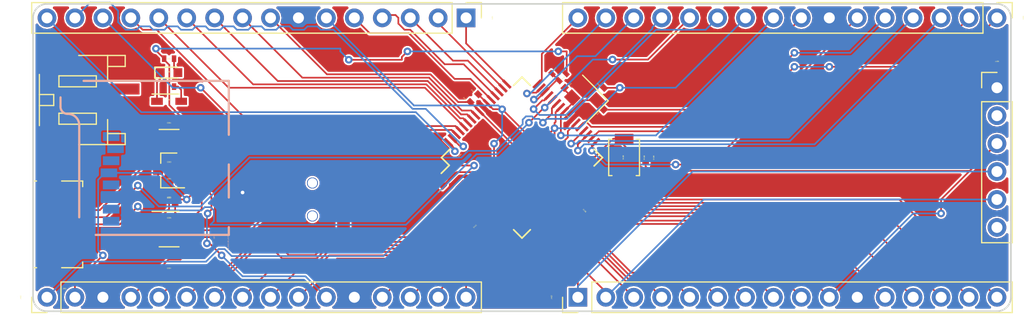
<source format=kicad_pcb>
(kicad_pcb (version 4) (host pcbnew 4.0.6-e0-6349~53~ubuntu16.04.1)
  (layers (0 F.Cu signal) (31 B.Cu signal) (34 B.Paste user) (35 F.Paste user) (36 B.SilkS user) (37 F.SilkS user) (38 B.Mask user) (39 F.Mask user) (44 Edge.Cuts user))
  (net 0 "")
  (net 1 /VIN)
  (net 2 GND)
  (net 3 +3V3)
  (net 4 /VLIPO)
  (net 5 /VBUS+)
  (net 6 /D-)
  (net 7 /D+)
  (net 8 /RX0)
  (net 9 /TX0)
  (net 10 /SCK0)
  (net 11 /CS_SD)
  (net 12 /MISO0)
  (net 13 /MOSI0)
  (net 14 /VBUS-)
  (net 15 /OSC0)
  (net 16 /OSC1)
  (net 17 /STAT-)
  (net 18 /STAT+)
  (net 19 /PROG)
  (net 20 /RESET)
  (net 21 /BYPASS)
  (net 22 /ENABLE)
  (net 23 /VDDC)
  (net 24 "Net-(J701-Pad1)")
  (net 25 "Net-(J701-Pad8)")
  (net 26 /1)
  (net 27 /4)
  (net 28 /5)
  (net 29 /6)
  (net 30 /23)
  (net 31 /24)
  (net 32 /28)
  (net 33 /29)
  (net 34 /30)
  (net 35 /31)
  (net 36 /32)
  (net 37 /33)
  (net 38 /34)
  (net 39 /35)
  (net 40 /36)
  (net 41 /37)
  (net 42 /45)
  (net 43 /47)
  (net 44 /48)
  (net 45 /49)
  (net 46 /50)
  (net 47 /51)
  (net 48 /52)
  (net 49 /53)
  (net 50 /57)
  (net 51 /58)
  (net 52 /59)
  (net 53 /60)
  (net 54 /61)
  (net 55 /62)
  (net 56 /63)
  (net 57 /64)
  (net 58 "Net-(J405-Pad2)")
  (net 59 "Net-(J405-Pad6)")
  (net 60 /7)
  (net 61 /8)
  (net 62 /9)
  (net 63 /10)
  (net 64 /13)
  (net 65 /14)
  (net 66 /15)
  (net 67 /16)
  (module KwanSystems:MICROSD-SOCKET-PP (layer B.Cu) (at -26.651 7.0284 270)
    (fp_text reference J701 (at 0 1.27 270) (layer B.SilkS) (effects (font (size 0.1016 0.1016) (thickness 0.01524)) (justify left bottom mirror)))
    (fp_text value Micro_SD_Card_SPI (at 0 0 270) (layer B.SilkS) (effects (font (size 0.1016 0.1016) (thickness 0.01524)) (justify left bottom mirror)))
    (pad 9 smd rect (at -7.75 0.4 270) (size 1.8 1.4) (layers B.Cu B.Paste B.Mask) (net 2 GND))
    (pad 9 smd rect (at -2.05 0.4 270) (size 1.8 1.4) (layers B.Cu B.Paste B.Mask) (net 2 GND))
    (pad 9 smd rect (at -0.45 13.55 270) (size 1.4 1.9) (layers B.Cu B.Paste B.Mask) (net 2 GND))
    (pad 9 smd rect (at -13.6 14.55 270) (size 1.4 1.9) (layers B.Cu B.Paste B.Mask) (net 2 GND))
    (pad 1 smd rect (at -8.94 10.7 270) (size 0.8 1.5) (layers B.Cu B.Paste B.Mask) (net 24 "Net-(J701-Pad1)"))
    (pad 2 smd rect (at -7.84 10.3 270) (size 0.8 1.5) (layers B.Cu B.Paste B.Mask) (net 11 /CS_SD))
    (pad 3 smd rect (at -6.74 10.7 270) (size 0.8 1.5) (layers B.Cu B.Paste B.Mask) (net 13 /MOSI0))
    (pad 4 smd rect (at -5.64 10.9 270) (size 0.8 1.5) (layers B.Cu B.Paste B.Mask) (net 3 +3V3))
    (pad 5 smd rect (at -4.54 10.7 270) (size 0.8 1.5) (layers B.Cu B.Paste B.Mask) (net 10 /SCK0))
    (pad 6 smd rect (at -3.44 10.9 270) (size 0.8 1.5) (layers B.Cu B.Paste B.Mask) (net 2 GND))
    (pad 7 smd rect (at -2.34 10.7 270) (size 0.8 1.5) (layers B.Cu B.Paste B.Mask) (net 12 /MISO0))
    (pad 8 smd rect (at -1.24 10.7 270) (size 0.8 1.5) (layers B.Cu B.Paste B.Mask) (net 25 "Net-(J701-Pad8)"))
  )
  (module Housings_QFP:LQFP-64_10x10mm_Pitch0.5mm (layer F.Cu) (at 0 0 45)
    (fp_text reference U401 (at -3.84355 -4.130918 45) (layer F.SilkS) (effects (font (size 0.1016 0.1016) (thickness 0.01524))))
    (fp_text value TM4C1232)
    (pad 1 smd rect (at -5.7 -3.75 45) (size 1 0.25) (layers F.Cu F.Paste F.Mask) (net 26 /1))
    (pad 2 smd rect (at -5.7 -3.25 45) (size 1 0.25) (layers F.Cu F.Paste F.Mask) (net 3 +3V3))
    (pad 3 smd rect (at -5.7 -2.75 45) (size 1 0.25) (layers F.Cu F.Paste F.Mask) (net 2 GND))
    (pad 4 smd rect (at -5.7 -2.25 45) (size 1 0.25) (layers F.Cu F.Paste F.Mask) (net 27 /4))
    (pad 5 smd rect (at -5.7 -1.75 45) (size 1 0.25) (layers F.Cu F.Paste F.Mask) (net 28 /5))
    (pad 6 smd rect (at -5.7 -1.25 45) (size 1 0.25) (layers F.Cu F.Paste F.Mask) (net 29 /6))
    (pad 7 smd rect (at -5.7 -0.75 45) (size 1 0.25) (layers F.Cu F.Paste F.Mask) (net 60 /7))
    (pad 8 smd rect (at -5.7 -0.25 45) (size 1 0.25) (layers F.Cu F.Paste F.Mask) (net 61 /8))
    (pad 9 smd rect (at -5.7 0.25 45) (size 1 0.25) (layers F.Cu F.Paste F.Mask) (net 62 /9))
    (pad 10 smd rect (at -5.7 0.75 45) (size 1 0.25) (layers F.Cu F.Paste F.Mask) (net 63 /10))
    (pad 11 smd rect (at -5.7 1.25 45) (size 1 0.25) (layers F.Cu F.Paste F.Mask) (net 3 +3V3))
    (pad 12 smd rect (at -5.7 1.75 45) (size 1 0.25) (layers F.Cu F.Paste F.Mask) (net 2 GND))
    (pad 13 smd rect (at -5.7 2.25 45) (size 1 0.25) (layers F.Cu F.Paste F.Mask) (net 64 /13))
    (pad 14 smd rect (at -5.7 2.75 45) (size 1 0.25) (layers F.Cu F.Paste F.Mask) (net 65 /14))
    (pad 15 smd rect (at -5.7 3.25 45) (size 1 0.25) (layers F.Cu F.Paste F.Mask) (net 66 /15))
    (pad 16 smd rect (at -5.7 3.75 45) (size 1 0.25) (layers F.Cu F.Paste F.Mask) (net 67 /16))
    (pad 17 smd rect (at -3.75 5.7 135) (size 1 0.25) (layers F.Cu F.Paste F.Mask) (net 8 /RX0))
    (pad 18 smd rect (at -3.25 5.7 135) (size 1 0.25) (layers F.Cu F.Paste F.Mask) (net 9 /TX0))
    (pad 19 smd rect (at -2.75 5.7 135) (size 1 0.25) (layers F.Cu F.Paste F.Mask) (net 10 /SCK0))
    (pad 20 smd rect (at -2.25 5.7 135) (size 1 0.25) (layers F.Cu F.Paste F.Mask) (net 11 /CS_SD))
    (pad 21 smd rect (at -1.75 5.7 135) (size 1 0.25) (layers F.Cu F.Paste F.Mask) (net 12 /MISO0))
    (pad 22 smd rect (at -1.25 5.7 135) (size 1 0.25) (layers F.Cu F.Paste F.Mask) (net 13 /MOSI0))
    (pad 23 smd rect (at -0.75 5.7 135) (size 1 0.25) (layers F.Cu F.Paste F.Mask) (net 30 /23))
    (pad 24 smd rect (at -0.25 5.7 135) (size 1 0.25) (layers F.Cu F.Paste F.Mask) (net 31 /24))
    (pad 25 smd rect (at 0.25 5.7 135) (size 1 0.25) (layers F.Cu F.Paste F.Mask) (net 23 /VDDC))
    (pad 26 smd rect (at 0.75 5.7 135) (size 1 0.25) (layers F.Cu F.Paste F.Mask) (net 3 +3V3))
    (pad 27 smd rect (at 1.25 5.7 135) (size 1 0.25) (layers F.Cu F.Paste F.Mask) (net 2 GND))
    (pad 28 smd rect (at 1.75 5.7 135) (size 1 0.25) (layers F.Cu F.Paste F.Mask) (net 32 /28))
    (pad 29 smd rect (at 2.25 5.7 135) (size 1 0.25) (layers F.Cu F.Paste F.Mask) (net 33 /29))
    (pad 30 smd rect (at 2.75 5.7 135) (size 1 0.25) (layers F.Cu F.Paste F.Mask) (net 34 /30))
    (pad 31 smd rect (at 3.25 5.7 135) (size 1 0.25) (layers F.Cu F.Paste F.Mask) (net 35 /31))
    (pad 32 smd rect (at 3.75 5.7 135) (size 1 0.25) (layers F.Cu F.Paste F.Mask) (net 36 /32))
    (pad 33 smd rect (at 5.7 3.75 45) (size 1 0.25) (layers F.Cu F.Paste F.Mask) (net 37 /33))
    (pad 34 smd rect (at 5.7 3.25 45) (size 1 0.25) (layers F.Cu F.Paste F.Mask) (net 38 /34))
    (pad 35 smd rect (at 5.7 2.75 45) (size 1 0.25) (layers F.Cu F.Paste F.Mask) (net 39 /35))
    (pad 36 smd rect (at 5.7 2.25 45) (size 1 0.25) (layers F.Cu F.Paste F.Mask) (net 40 /36))
    (pad 37 smd rect (at 5.7 1.75 45) (size 1 0.25) (layers F.Cu F.Paste F.Mask) (net 41 /37))
    (pad 38 smd rect (at 5.7 1.25 45) (size 1 0.25) (layers F.Cu F.Paste F.Mask) (net 20 /RESET))
    (pad 39 smd rect (at 5.7 0.75 45) (size 1 0.25) (layers F.Cu F.Paste F.Mask) (net 2 GND))
    (pad 40 smd rect (at 5.7 0.25 45) (size 1 0.25) (layers F.Cu F.Paste F.Mask) (net 15 /OSC0))
    (pad 41 smd rect (at 5.7 -0.25 45) (size 1 0.25) (layers F.Cu F.Paste F.Mask) (net 16 /OSC1))
    (pad 42 smd rect (at 5.7 -0.75 45) (size 1 0.25) (layers F.Cu F.Paste F.Mask) (net 3 +3V3))
    (pad 43 smd rect (at 5.7 -1.25 45) (size 1 0.25) (layers F.Cu F.Paste F.Mask) (net 6 /D-))
    (pad 44 smd rect (at 5.7 -1.75 45) (size 1 0.25) (layers F.Cu F.Paste F.Mask) (net 7 /D+))
    (pad 45 smd rect (at 5.7 -2.25 45) (size 1 0.25) (layers F.Cu F.Paste F.Mask) (net 42 /45))
    (pad 46 smd rect (at 5.7 -2.75 45) (size 1 0.25) (layers F.Cu F.Paste F.Mask) (net 14 /VBUS-))
    (pad 47 smd rect (at 5.7 -3.25 45) (size 1 0.25) (layers F.Cu F.Paste F.Mask) (net 43 /47))
    (pad 48 smd rect (at 5.7 -3.75 45) (size 1 0.25) (layers F.Cu F.Paste F.Mask) (net 44 /48))
    (pad 49 smd rect (at 3.75 -5.7 135) (size 1 0.25) (layers F.Cu F.Paste F.Mask) (net 45 /49))
    (pad 50 smd rect (at 3.25 -5.7 135) (size 1 0.25) (layers F.Cu F.Paste F.Mask) (net 46 /50))
    (pad 51 smd rect (at 2.75 -5.7 135) (size 1 0.25) (layers F.Cu F.Paste F.Mask) (net 47 /51))
    (pad 52 smd rect (at 2.25 -5.7 135) (size 1 0.25) (layers F.Cu F.Paste F.Mask) (net 48 /52))
    (pad 53 smd rect (at 1.75 -5.7 135) (size 1 0.25) (layers F.Cu F.Paste F.Mask) (net 49 /53))
    (pad 54 smd rect (at 1.25 -5.7 135) (size 1 0.25) (layers F.Cu F.Paste F.Mask) (net 3 +3V3))
    (pad 55 smd rect (at 0.75 -5.7 135) (size 1 0.25) (layers F.Cu F.Paste F.Mask) (net 2 GND))
    (pad 56 smd rect (at 0.25 -5.7 135) (size 1 0.25) (layers F.Cu F.Paste F.Mask) (net 23 /VDDC))
    (pad 57 smd rect (at -0.25 -5.7 135) (size 1 0.25) (layers F.Cu F.Paste F.Mask) (net 50 /57))
    (pad 58 smd rect (at -0.75 -5.7 135) (size 1 0.25) (layers F.Cu F.Paste F.Mask) (net 51 /58))
    (pad 59 smd rect (at -1.25 -5.7 135) (size 1 0.25) (layers F.Cu F.Paste F.Mask) (net 52 /59))
    (pad 60 smd rect (at -1.75 -5.7 135) (size 1 0.25) (layers F.Cu F.Paste F.Mask) (net 53 /60))
    (pad 61 smd rect (at -2.25 -5.7 135) (size 1 0.25) (layers F.Cu F.Paste F.Mask) (net 54 /61))
    (pad 62 smd rect (at -2.75 -5.7 135) (size 1 0.25) (layers F.Cu F.Paste F.Mask) (net 55 /62))
    (pad 63 smd rect (at -3.25 -5.7 135) (size 1 0.25) (layers F.Cu F.Paste F.Mask) (net 56 /63))
    (pad 64 smd rect (at -3.75 -5.7 135) (size 1 0.25) (layers F.Cu F.Paste F.Mask) (net 57 /64))
  )
  (module TO_SOT_Packages_SMD:SOT-23-5 (layer F.Cu) (at -32.0802 6.5024)
    (fp_text reference U201 (at 0 -2.9) (layer F.SilkS) (effects (font (size 0.1016 0.1016) (thickness 0.01524))))
    (fp_text value MIC5319-3.3)
    (pad 1 smd rect (at -1.1 -0.95) (size 1.06 0.65) (layers F.Cu F.Paste F.Mask) (net 1 /VIN))
    (pad 2 smd rect (at -1.1 0) (size 1.06 0.65) (layers F.Cu F.Paste F.Mask) (net 2 GND))
    (pad 3 smd rect (at -1.1 0.95) (size 1.06 0.65) (layers F.Cu F.Paste F.Mask) (net 22 /ENABLE))
    (pad 4 smd rect (at 1.1 0.95) (size 1.06 0.65) (layers F.Cu F.Paste F.Mask) (net 21 /BYPASS))
    (pad 5 smd rect (at 1.1 -0.95) (size 1.06 0.65) (layers F.Cu F.Paste F.Mask) (net 3 +3V3))
  )
  (module Capacitors_SMD:C_0402_NoSilk (layer F.Cu) (at -32.0802 3.2004)
    (fp_text reference C201 (at 0 -1.27) (layer F.SilkS) (effects (font (size 0.1016 0.1016) (thickness 0.01524))))
    (fp_text value 4.7uF)
    (pad 1 smd rect (at -0.55 0) (size 0.6 0.5) (layers F.Cu F.Paste F.Mask) (net 1 /VIN))
    (pad 2 smd rect (at 0.55 0) (size 0.6 0.5) (layers F.Cu F.Paste F.Mask) (net 2 GND))
  )
  (module Capacitors_SMD:C_0402_NoSilk (layer F.Cu) (at -32.0802 8.7884 180)
    (fp_text reference C204 (at 0 -1.27 180) (layer F.SilkS) (effects (font (size 0.1016 0.1016) (thickness 0.01524))))
    (fp_text value 100nF)
    (pad 1 smd rect (at -0.55 0 180) (size 0.6 0.5) (layers F.Cu F.Paste F.Mask) (net 21 /BYPASS))
    (pad 2 smd rect (at 0.55 0 180) (size 0.6 0.5) (layers F.Cu F.Paste F.Mask) (net 2 GND))
  )
  (module Capacitors_SMD:C_0402_NoSilk (layer F.Cu) (at -32.0802 4.2164 180)
    (fp_text reference C205 (at 0 -1.27 180) (layer F.SilkS) (effects (font (size 0.1016 0.1016) (thickness 0.01524))))
    (fp_text value 4.7uF)
    (pad 1 smd rect (at -0.55 0 180) (size 0.6 0.5) (layers F.Cu F.Paste F.Mask) (net 3 +3V3))
    (pad 2 smd rect (at 0.55 0 180) (size 0.6 0.5) (layers F.Cu F.Paste F.Mask) (net 2 GND))
  )
  (module Capacitors_SMD:C_0402_NoSilk (layer F.Cu) (at -32.0802 -0.8636 180)
    (fp_text reference C303 (at 0 -1.27 180) (layer F.SilkS) (effects (font (size 0.1016 0.1016) (thickness 0.01524))))
    (fp_text value 4.7uF)
    (pad 1 smd rect (at -0.55 0 180) (size 0.6 0.5) (layers F.Cu F.Paste F.Mask) (net 4 /VLIPO))
    (pad 2 smd rect (at 0.55 0 180) (size 0.6 0.5) (layers F.Cu F.Paste F.Mask) (net 2 GND))
  )
  (module Capacitors_SMD:C_0402_NoSilk (layer F.Cu) (at -32.0802 -1.8796)
    (fp_text reference C304 (at 0 -1.27) (layer F.SilkS) (effects (font (size 0.1016 0.1016) (thickness 0.01524))))
    (fp_text value 4.7uF)
    (pad 1 smd rect (at -0.55 0) (size 0.6 0.5) (layers F.Cu F.Paste F.Mask) (net 2 GND))
    (pad 2 smd rect (at 0.55 0) (size 0.6 0.5) (layers F.Cu F.Paste F.Mask) (net 5 /VBUS+))
  )
  (module Capacitors_SMD:C_0402_NoSilk (layer F.Cu) (at -7.5692 2.9464 225)
    (fp_text reference C402 (at -0.017961 -0.125724 225) (layer F.SilkS) (effects (font (size 0.1016 0.1016) (thickness 0.01524))))
    (fp_text value 100nF)
    (pad 1 smd rect (at -0.55 0 225) (size 0.6 0.5) (layers F.Cu F.Paste F.Mask) (net 3 +3V3))
    (pad 2 smd rect (at 0.55 0 225) (size 0.6 0.5) (layers F.Cu F.Paste F.Mask) (net 2 GND))
  )
  (module Capacitors_SMD:C_0402_NoSilk (layer F.Cu) (at -4.3688 6.1468 225)
    (fp_text reference C411 (at 0 -0.143684 225) (layer F.SilkS) (effects (font (size 0.1016 0.1016) (thickness 0.01524))))
    (fp_text value 100nF)
    (pad 1 smd rect (at -0.55 0 225) (size 0.6 0.5) (layers F.Cu F.Paste F.Mask) (net 3 +3V3))
    (pad 2 smd rect (at 0.55 0 225) (size 0.6 0.5) (layers F.Cu F.Paste F.Mask) (net 2 GND))
  )
  (module Capacitors_SMD:C_0402_NoSilk (layer F.Cu) (at 5.7912 4.7244 315)
    (fp_text reference C426 (at 0 0.143684 315) (layer F.SilkS) (effects (font (size 0.1016 0.1016) (thickness 0.01524))))
    (fp_text value 100nF)
    (pad 1 smd rect (at -0.55 0 315) (size 0.6 0.5) (layers F.Cu F.Paste F.Mask) (net 3 +3V3))
    (pad 2 smd rect (at 0.55 0 315) (size 0.6 0.5) (layers F.Cu F.Paste F.Mask) (net 2 GND))
  )
  (module Capacitors_SMD:C_0402_NoSilk (layer F.Cu) (at 12.0777 0 90)
    (fp_text reference C438 (at -0.0254 -0.1016 90) (layer F.SilkS) (effects (font (size 0.1016 0.1016) (thickness 0.01524))))
    (fp_text value 100nF)
    (pad 1 smd rect (at -0.55 0 90) (size 0.6 0.5) (layers F.Cu F.Paste F.Mask) (net 2 GND))
    (pad 2 smd rect (at 0.55 0 90) (size 0.6 0.5) (layers F.Cu F.Paste F.Mask) (net 20 /RESET))
  )
  (module Capacitors_SMD:C_0402_NoSilk (layer F.Cu) (at 7.0612 -3.9624 45)
    (fp_text reference C440 (at -0.01251 -0.134362 45) (layer F.SilkS) (effects (font (size 0.1016 0.1016) (thickness 0.01524))))
    (fp_text value 22pF)
    (pad 1 smd rect (at -0.55 0 45) (size 0.6 0.5) (layers F.Cu F.Paste F.Mask) (net 2 GND))
    (pad 2 smd rect (at 0.55 0 45) (size 0.6 0.5) (layers F.Cu F.Paste F.Mask) (net 15 /OSC0))
  )
  (module Capacitors_SMD:C_0402_NoSilk (layer F.Cu) (at 4.2672 -6.731 225)
    (fp_text reference C441 (at 0 -0.143684 225) (layer F.SilkS) (effects (font (size 0.1016 0.1016) (thickness 0.01524))))
    (fp_text value 22pF)
    (pad 1 smd rect (at -0.55 0 225) (size 0.6 0.5) (layers F.Cu F.Paste F.Mask) (net 2 GND))
    (pad 2 smd rect (at 0.55 0 225) (size 0.6 0.5) (layers F.Cu F.Paste F.Mask) (net 16 /OSC1))
  )
  (module Capacitors_SMD:C_0402_NoSilk (layer F.Cu) (at 7.0612 -6.731 135)
    (fp_text reference C442 (at -0.018038 -0.13951 135) (layer F.SilkS) (effects (font (size 0.1016 0.1016) (thickness 0.01524))))
    (fp_text value 100nF)
    (pad 1 smd rect (at -0.55 0 135) (size 0.6 0.5) (layers F.Cu F.Paste F.Mask) (net 3 +3V3))
    (pad 2 smd rect (at 0.55 0 135) (size 0.6 0.5) (layers F.Cu F.Paste F.Mask) (net 2 GND))
  )
  (module Capacitors_SMD:C_0402_NoSilk (layer F.Cu) (at -4.3688 -6.1468 135)
    (fp_text reference C454 (at 0 -0.143684 135) (layer F.SilkS) (effects (font (size 0.1016 0.1016) (thickness 0.01524))))
    (fp_text value 100nF)
    (pad 1 smd rect (at -0.55 0 135) (size 0.6 0.5) (layers F.Cu F.Paste F.Mask) (net 3 +3V3))
    (pad 2 smd rect (at 0.55 0 135) (size 0.6 0.5) (layers F.Cu F.Paste F.Mask) (net 2 GND))
  )
  (module Capacitors_SMD:C_0402_NoSilk (layer F.Cu) (at -5.08 -5.4356 135)
    (fp_text reference C456 (at 0 -0.143684 135) (layer F.SilkS) (effects (font (size 0.1016 0.1016) (thickness 0.01524))))
    (fp_text value 3.3uF)
    (pad 1 smd rect (at -0.55 0 135) (size 0.6 0.5) (layers F.Cu F.Paste F.Mask) (net 23 /VDDC))
    (pad 2 smd rect (at 0.55 0 135) (size 0.6 0.5) (layers F.Cu F.Paste F.Mask) (net 2 GND))
  )
  (module LEDs:LED_0603 (layer F.Cu) (at -32.0802 -7.7216)
    (fp_text reference D301 (at 0 -1.25) (layer F.SilkS) (effects (font (size 0.1016 0.1016) (thickness 0.01524))))
    (fp_text value Yellow)
    (pad 2 smd rect (at 0.8 0 180) (size 0.8 0.8) (layers F.Cu F.Paste F.Mask) (net 18 /STAT+))
    (pad 1 smd rect (at -0.8 0 180) (size 0.8 0.8) (layers F.Cu F.Paste F.Mask) (net 17 /STAT-))
  )
  (module TO_SOT_Packages_SMD:SOT-23 (layer F.Cu) (at -32.0802 1.1684 180)
    (fp_text reference D302 (at 0 -2.5 180) (layer F.SilkS) (effects (font (size 0.1016 0.1016) (thickness 0.01524))))
    (fp_text value PMEG2005CT)
    (pad 1 smd rect (at -1 -0.95 180) (size 0.9 0.8) (layers F.Cu F.Paste F.Mask) (net 5 /VBUS+))
    (pad 2 smd rect (at -1 0.95 180) (size 0.9 0.8) (layers F.Cu F.Paste F.Mask) (net 4 /VLIPO))
    (pad 3 smd rect (at 1 0 180) (size 0.9 0.8) (layers F.Cu F.Paste F.Mask) (net 1 /VIN))
  )
  (module Connectors_Molex:USB_Micro-B_Molex_47346-0001 (layer F.Cu) (at -41.656 6.0706)
    (fp_text reference J001 (at 0.07 5.84 180) (layer F.SilkS) (effects (font (size 0.1016 0.1016) (thickness 0.01524))))
    (fp_text value USB_OTG)
    (pad 1 smd rect (at 1.33 -1.3) (size 1.38 0.45) (layers F.Cu F.Paste F.Mask) (net 5 /VBUS+))
    (pad 2 smd rect (at 1.33 -0.65) (size 1.38 0.45) (layers F.Cu F.Paste F.Mask) (net 6 /D-))
    (pad 3 smd rect (at 1.33 0) (size 1.38 0.45) (layers F.Cu F.Paste F.Mask) (net 7 /D+))
    (pad 4 smd rect (at 1.33 0.65) (size 1.38 0.45) (layers F.Cu F.Paste F.Mask) (net 2 GND))
    (pad 5 smd rect (at 1.33 1.3) (size 1.38 0.45) (layers F.Cu F.Paste F.Mask) (net 2 GND))
    (pad 6 smd rect (at 0.97 -2.4625) (size 2.1 1.475) (layers F.Cu F.Paste F.Mask) (net 2 GND))
    (pad 6 smd rect (at 0.97 2.4625) (size 2.1 1.475) (layers F.Cu F.Paste F.Mask) (net 2 GND))
    (pad 6 smd rect (at -1.33 -2.91) (size 1.9 2.375) (layers F.Cu F.Paste F.Mask) (net 2 GND))
    (pad 6 smd rect (at -1.33 2.91) (size 1.9 2.375) (layers F.Cu F.Paste F.Mask) (net 2 GND))
    (pad 6 smd rect (at -1.33 -0.84) (size 1.9 1.175) (layers F.Cu F.Paste F.Mask) (net 2 GND))
    (pad 6 smd rect (at -1.33 0.84) (size 1.9 1.175) (layers F.Cu F.Paste F.Mask) (net 2 GND))
  )
  (module Connectors_JST:JST_PH_S2B-PH-SM4-TB_02x2.00mm_Angled (layer F.Cu) (at -39.3954 -5.2324 270)
    (fp_text reference J301 (at 0 -5.625 270) (layer F.SilkS) (effects (font (size 0.1016 0.1016) (thickness 0.01524))))
    (fp_text value Battery_Cell)
    (pad 1 smd rect (at -1 -2.875 270) (size 1 3.5) (layers F.Cu F.Paste F.Mask) (net 4 /VLIPO))
    (pad 2 smd rect (at 1 -2.875 270) (size 1 3.5) (layers F.Cu F.Paste F.Mask) (net 2 GND))
    (pad 2 smd rect (at -3.35 2.875 270) (size 1.5 3.4) (layers F.Cu F.Paste F.Mask) (net 2 GND))
    (pad 2 smd rect (at 3.35 2.875 270) (size 1.5 3.4) (layers F.Cu F.Paste F.Mask) (net 2 GND))
  )
  (module Pin_Headers:Pin_Header_Straight_1x06_Pitch2.54mm (layer F.Cu) (at 43.18 -6.35)
    (fp_text reference J405 (at 0 -2.39) (layer F.SilkS) (effects (font (size 0.1016 0.1016) (thickness 0.01524))))
    (fp_text value CONN_01X06)
    (pad 1 thru_hole rect (at 0 0) (size 1.7 1.7) (drill 1) (layers *.Cu *.Mask) (net 2 GND))
    (pad 2 thru_hole oval (at 0 2.54) (size 1.7 1.7) (drill 1) (layers *.Cu *.Mask) (net 58 "Net-(J405-Pad2)"))
    (pad 3 thru_hole oval (at 0 5.08) (size 1.7 1.7) (drill 1) (layers *.Cu *.Mask) (net 3 +3V3))
    (pad 4 thru_hole oval (at 0 7.62) (size 1.7 1.7) (drill 1) (layers *.Cu *.Mask) (net 8 /RX0))
    (pad 5 thru_hole oval (at 0 10.16) (size 1.7 1.7) (drill 1) (layers *.Cu *.Mask) (net 9 /TX0))
    (pad 6 thru_hole oval (at 0 12.7) (size 1.7 1.7) (drill 1) (layers *.Cu *.Mask) (net 59 "Net-(J405-Pad6)"))
  )
  (module Buttons_Switches_SMD:SW_SPST_B3U-1000P (layer F.Cu) (at 9.2837 -0.0127 90)
    (fp_text reference S438 (at 0 -0.0762 90) (layer F.SilkS) (effects (font (size 0.1016 0.1016) (thickness 0.01524))))
    (fp_text value SW_Push)
    (pad 1 smd rect (at -1.7 0 90) (size 0.9 1.7) (layers F.Cu F.Paste F.Mask) (net 2 GND))
    (pad 2 smd rect (at 1.7 0 90) (size 0.9 1.7) (layers F.Cu F.Paste F.Mask) (net 20 /RESET))
  )
  (module TO_SOT_Packages_SMD:SOT-23-5 (layer F.Cu) (at -32.0802 -4.1656)
    (fp_text reference U301 (at 0 -2.9) (layer F.SilkS) (effects (font (size 0.1016 0.1016) (thickness 0.01524))))
    (fp_text value MCP73831)
    (pad 1 smd rect (at -1.1 -0.95) (size 1.06 0.65) (layers F.Cu F.Paste F.Mask) (net 17 /STAT-))
    (pad 2 smd rect (at -1.1 0) (size 1.06 0.65) (layers F.Cu F.Paste F.Mask) (net 2 GND))
    (pad 3 smd rect (at -1.1 0.95) (size 1.06 0.65) (layers F.Cu F.Paste F.Mask) (net 4 /VLIPO))
    (pad 4 smd rect (at 1.1 0.95) (size 1.06 0.65) (layers F.Cu F.Paste F.Mask) (net 5 /VBUS+))
    (pad 5 smd rect (at 1.1 -0.95) (size 1.06 0.65) (layers F.Cu F.Paste F.Mask) (net 19 /PROG))
  )
  (module Crystals:Crystal_SMD_2520-4pin_2.5x2.0mm (layer F.Cu) (at 5.6896 -5.334 135)
    (fp_text reference Y440 (at 0 -2.2 135) (layer F.SilkS) (effects (font (size 0.1016 0.1016) (thickness 0.01524))))
    (fp_text value 25MHz)
    (pad 1 smd rect (at -0.875 0.7 135) (size 1.15 1) (layers F.Cu F.Mask) (net 15 /OSC0))
    (pad 2 smd rect (at 0.875 0.7 135) (size 1.15 1) (layers F.Cu F.Mask) (net 2 GND))
    (pad 3 smd rect (at 0.875 -0.7 135) (size 1.15 1) (layers F.Cu F.Mask) (net 16 /OSC1))
    (pad 4 smd rect (at -0.875 -0.7 135) (size 1.15 1) (layers F.Cu F.Mask) (net 2 GND))
  )
  (module Resistors_SMD:R_0402_NoSilk (layer F.Cu) (at -32.0802 -8.9916 180)
    (fp_text reference R304 (at 0 -1.2 180) (layer F.SilkS) (effects (font (size 0.1016 0.1016) (thickness 0.01524))))
    (fp_text value 10k)
    (pad 1 smd rect (at -0.45 0 180) (size 0.4 0.6) (layers F.Cu F.Paste F.Mask) (net 18 /STAT+))
    (pad 2 smd rect (at 0.45 0 180) (size 0.4 0.6) (layers F.Cu F.Paste F.Mask) (net 5 /VBUS+))
  )
  (module Resistors_SMD:R_0402_NoSilk (layer F.Cu) (at -32.0802 -6.4516 180)
    (fp_text reference R305 (at 0 -1.2 180) (layer F.SilkS) (effects (font (size 0.1016 0.1016) (thickness 0.01524))))
    (fp_text value 10k)
    (pad 1 smd rect (at -0.45 0 180) (size 0.4 0.6) (layers F.Cu F.Paste F.Mask) (net 19 /PROG))
    (pad 2 smd rect (at 0.45 0 180) (size 0.4 0.6) (layers F.Cu F.Paste F.Mask) (net 2 GND))
  )
  (module Resistors_SMD:R_0402_NoSilk (layer F.Cu) (at 11.2395 0 90)
    (fp_text reference R438 (at -0.01289 -0.119638 90) (layer F.SilkS) (effects (font (size 0.1016 0.1016) (thickness 0.01524))))
    (fp_text value 10k)
    (pad 1 smd rect (at -0.45 0 90) (size 0.4 0.6) (layers F.Cu F.Paste F.Mask) (net 3 +3V3))
    (pad 2 smd rect (at 0.45 0 90) (size 0.4 0.6) (layers F.Cu F.Paste F.Mask) (net 20 /RESET))
  )
  (module Resistors_SMD:R_0402_NoSilk (layer F.Cu) (at 3.683 -7.3152 225)
    (fp_text reference R446 (at 0.021601 -0.111672 225) (layer F.SilkS) (effects (font (size 0.1016 0.1016) (thickness 0.01524))))
    (fp_text value 10k)
    (pad 1 smd rect (at -0.45 0 225) (size 0.4 0.6) (layers F.Cu F.Paste F.Mask) (net 5 /VBUS+))
    (pad 2 smd rect (at 0.45 0 225) (size 0.4 0.6) (layers F.Cu F.Paste F.Mask) (net 14 /VBUS-))
  )
  (module Resistors_SMD:R_0402_NoSilk (layer F.Cu) (at 3.048 -7.9502 45)
    (fp_text reference R447 (at 0.021601 -0.111672 45) (layer F.SilkS) (effects (font (size 0.1016 0.1016) (thickness 0.01524))))
    (fp_text value 22k)
    (pad 1 smd rect (at -0.45 0 45) (size 0.4 0.6) (layers F.Cu F.Paste F.Mask) (net 14 /VBUS-))
    (pad 2 smd rect (at 0.45 0 45) (size 0.4 0.6) (layers F.Cu F.Paste F.Mask) (net 2 GND))
  )
  (module KwanSystems:SWITCH_DPDT_AZY0202 (layer F.Cu) (at -19.05 3.81 90)
    (fp_text reference S203 hide)
    (fp_text value SW_DPDT_x2 hide)
    (pad "" np_thru_hole circle (at -1.5 0 90) (size 1 1) (drill 0.85) (layers *.Cu *.Mask))
    (pad 4 smd rect (at -2.5 2.825 90) (size 1 1.15) (layers F.Cu F.Paste F.Mask))
    (pad 5 smd rect (at 0 2.825 90) (size 1 1.15) (layers F.Cu F.Paste F.Mask))
    (pad 3 smd rect (at 2.5 -2.825 90) (size 1 1.15) (layers F.Cu F.Paste F.Mask) (net 1 /VIN))
    (pad 6 smd rect (at 2.5 2.825 90) (size 1 1.15) (layers F.Cu F.Paste F.Mask))
    (pad 2 smd rect (at 0 -2.825 90) (size 1 1.15) (layers F.Cu F.Paste F.Mask) (net 22 /ENABLE))
    (pad 1 smd rect (at -2.5 -2.825 90) (size 1 1.15) (layers F.Cu F.Paste F.Mask) (net 2 GND))
    (pad "" np_thru_hole circle (at 1.5 0 90) (size 1 1) (drill 0.85) (layers *.Cu *.Mask))
  )
  (module Pin_Headers:Pin_Header_Straight_1x16_Pitch2.54mm (layer F.Cu) (at 5.08 12.7 90)
    (fp_text reference J402 (at 0 -2.39 90) (layer F.SilkS) (effects (font (size 0.1016 0.1016) (thickness 0.01524))))
    (fp_text value CONN_01X16)
    (pad 1 thru_hole rect (at 0 0 90) (size 1.7 1.7) (drill 1) (layers *.Cu *.Mask) (net 8 /RX0))
    (pad 2 thru_hole oval (at 0 2.54 90) (size 1.7 1.7) (drill 1) (layers *.Cu *.Mask) (net 9 /TX0))
    (pad 3 thru_hole oval (at 0 5.08 90) (size 1.7 1.7) (drill 1) (layers *.Cu *.Mask) (net 10 /SCK0))
    (pad 4 thru_hole oval (at 0 7.62 90) (size 1.7 1.7) (drill 1) (layers *.Cu *.Mask) (net 11 /CS_SD))
    (pad 5 thru_hole oval (at 0 10.16 90) (size 1.7 1.7) (drill 1) (layers *.Cu *.Mask) (net 12 /MISO0))
    (pad 6 thru_hole oval (at 0 12.7 90) (size 1.7 1.7) (drill 1) (layers *.Cu *.Mask) (net 13 /MOSI0))
    (pad 7 thru_hole oval (at 0 15.24 90) (size 1.7 1.7) (drill 1) (layers *.Cu *.Mask) (net 30 /23))
    (pad 8 thru_hole oval (at 0 17.78 90) (size 1.7 1.7) (drill 1) (layers *.Cu *.Mask) (net 31 /24))
    (pad 9 thru_hole oval (at 0 20.32 90) (size 1.7 1.7) (drill 1) (layers *.Cu *.Mask) (net 23 /VDDC))
    (pad 10 thru_hole oval (at 0 22.86 90) (size 1.7 1.7) (drill 1) (layers *.Cu *.Mask) (net 3 +3V3))
    (pad 11 thru_hole oval (at 0 25.4 90) (size 1.7 1.7) (drill 1) (layers *.Cu *.Mask) (net 2 GND))
    (pad 12 thru_hole oval (at 0 27.94 90) (size 1.7 1.7) (drill 1) (layers *.Cu *.Mask) (net 32 /28))
    (pad 13 thru_hole oval (at 0 30.48 90) (size 1.7 1.7) (drill 1) (layers *.Cu *.Mask) (net 33 /29))
    (pad 14 thru_hole oval (at 0 33.02 90) (size 1.7 1.7) (drill 1) (layers *.Cu *.Mask) (net 34 /30))
    (pad 15 thru_hole oval (at 0 35.56 90) (size 1.7 1.7) (drill 1) (layers *.Cu *.Mask) (net 35 /31))
    (pad 16 thru_hole oval (at 0 38.1 90) (size 1.7 1.7) (drill 1) (layers *.Cu *.Mask) (net 36 /32))
  )
  (module Pin_Headers:Pin_Header_Straight_1x16_Pitch2.54mm (layer F.Cu) (at 43.18 -12.7 270)
    (fp_text reference J403 (at 0 -2.39 270) (layer F.SilkS) (effects (font (size 0.1016 0.1016) (thickness 0.01524))))
    (fp_text value CONN_01X16)
    (pad 1 thru_hole circle (at 0 0 270) (size 1.7 1.7) (drill 1) (layers *.Cu *.Mask) (net 37 /33))
    (pad 2 thru_hole oval (at 0 2.54 270) (size 1.7 1.7) (drill 1) (layers *.Cu *.Mask) (net 38 /34))
    (pad 3 thru_hole oval (at 0 5.08 270) (size 1.7 1.7) (drill 1) (layers *.Cu *.Mask) (net 39 /35))
    (pad 4 thru_hole oval (at 0 7.62 270) (size 1.7 1.7) (drill 1) (layers *.Cu *.Mask) (net 40 /36))
    (pad 5 thru_hole oval (at 0 10.16 270) (size 1.7 1.7) (drill 1) (layers *.Cu *.Mask) (net 41 /37))
    (pad 6 thru_hole oval (at 0 12.7 270) (size 1.7 1.7) (drill 1) (layers *.Cu *.Mask) (net 20 /RESET))
    (pad 7 thru_hole oval (at 0 15.24 270) (size 1.7 1.7) (drill 1) (layers *.Cu *.Mask) (net 2 GND))
    (pad 8 thru_hole oval (at 0 17.78 270) (size 1.7 1.7) (drill 1) (layers *.Cu *.Mask) (net 15 /OSC0))
    (pad 9 thru_hole oval (at 0 20.32 270) (size 1.7 1.7) (drill 1) (layers *.Cu *.Mask) (net 16 /OSC1))
    (pad 10 thru_hole oval (at 0 22.86 270) (size 1.7 1.7) (drill 1) (layers *.Cu *.Mask) (net 3 +3V3))
    (pad 11 thru_hole oval (at 0 25.4 270) (size 1.7 1.7) (drill 1) (layers *.Cu *.Mask) (net 6 /D-))
    (pad 12 thru_hole oval (at 0 27.94 270) (size 1.7 1.7) (drill 1) (layers *.Cu *.Mask) (net 7 /D+))
    (pad 13 thru_hole oval (at 0 30.48 270) (size 1.7 1.7) (drill 1) (layers *.Cu *.Mask) (net 42 /45))
    (pad 14 thru_hole oval (at 0 33.02 270) (size 1.7 1.7) (drill 1) (layers *.Cu *.Mask) (net 14 /VBUS-))
    (pad 15 thru_hole oval (at 0 35.56 270) (size 1.7 1.7) (drill 1) (layers *.Cu *.Mask) (net 43 /47))
    (pad 16 thru_hole oval (at 0 38.1 270) (size 1.7 1.7) (drill 1) (layers *.Cu *.Mask) (net 44 /48))
  )
  (module Pin_Headers:Pin_Header_Straight_1x16_Pitch2.54mm (layer F.Cu) (at -5.08 -12.7 270)
    (fp_text reference J404 (at 0 -2.39 270) (layer F.SilkS) (effects (font (size 0.1016 0.1016) (thickness 0.01524))))
    (fp_text value CONN_01X16)
    (pad 1 thru_hole rect (at 0 0 270) (size 1.7 1.7) (drill 1) (layers *.Cu *.Mask) (net 45 /49))
    (pad 2 thru_hole oval (at 0 2.54 270) (size 1.7 1.7) (drill 1) (layers *.Cu *.Mask) (net 46 /50))
    (pad 3 thru_hole oval (at 0 5.08 270) (size 1.7 1.7) (drill 1) (layers *.Cu *.Mask) (net 47 /51))
    (pad 4 thru_hole oval (at 0 7.62 270) (size 1.7 1.7) (drill 1) (layers *.Cu *.Mask) (net 48 /52))
    (pad 5 thru_hole oval (at 0 10.16 270) (size 1.7 1.7) (drill 1) (layers *.Cu *.Mask) (net 49 /53))
    (pad 6 thru_hole oval (at 0 12.7 270) (size 1.7 1.7) (drill 1) (layers *.Cu *.Mask) (net 3 +3V3))
    (pad 7 thru_hole oval (at 0 15.24 270) (size 1.7 1.7) (drill 1) (layers *.Cu *.Mask) (net 2 GND))
    (pad 8 thru_hole oval (at 0 17.78 270) (size 1.7 1.7) (drill 1) (layers *.Cu *.Mask) (net 23 /VDDC))
    (pad 9 thru_hole oval (at 0 20.32 270) (size 1.7 1.7) (drill 1) (layers *.Cu *.Mask) (net 50 /57))
    (pad 10 thru_hole oval (at 0 22.86 270) (size 1.7 1.7) (drill 1) (layers *.Cu *.Mask) (net 51 /58))
    (pad 11 thru_hole oval (at 0 25.4 270) (size 1.7 1.7) (drill 1) (layers *.Cu *.Mask) (net 52 /59))
    (pad 12 thru_hole oval (at 0 27.94 270) (size 1.7 1.7) (drill 1) (layers *.Cu *.Mask) (net 53 /60))
    (pad 13 thru_hole oval (at 0 30.48 270) (size 1.7 1.7) (drill 1) (layers *.Cu *.Mask) (net 54 /61))
    (pad 14 thru_hole oval (at 0 33.02 270) (size 1.7 1.7) (drill 1) (layers *.Cu *.Mask) (net 55 /62))
    (pad 15 thru_hole oval (at 0 35.56 270) (size 1.7 1.7) (drill 1) (layers *.Cu *.Mask) (net 56 /63))
    (pad 16 thru_hole oval (at 0 38.1 270) (size 1.7 1.7) (drill 1) (layers *.Cu *.Mask) (net 57 /64))
  )
  (module Pin_Headers:Pin_Header_Straight_1x16_Pitch2.54mm (layer F.Cu) (at -43.18 12.7 90)
    (fp_text reference J401 (at 0 -2.39 90) (layer F.SilkS) (effects (font (size 0.1016 0.1016) (thickness 0.01524))))
    (fp_text value CONN_01X16)
    (pad 1 thru_hole circle (at 0 0 90) (size 1.7 1.7) (drill 1) (layers *.Cu *.Mask) (net 26 /1))
    (pad 2 thru_hole oval (at 0 2.54 90) (size 1.7 1.7) (drill 1) (layers *.Cu *.Mask) (net 3 +3V3))
    (pad 3 thru_hole oval (at 0 5.08 90) (size 1.7 1.7) (drill 1) (layers *.Cu *.Mask) (net 2 GND))
    (pad 4 thru_hole oval (at 0 7.62 90) (size 1.7 1.7) (drill 1) (layers *.Cu *.Mask) (net 27 /4))
    (pad 5 thru_hole oval (at 0 10.16 90) (size 1.7 1.7) (drill 1) (layers *.Cu *.Mask) (net 28 /5))
    (pad 6 thru_hole oval (at 0 12.7 90) (size 1.7 1.7) (drill 1) (layers *.Cu *.Mask) (net 29 /6))
    (pad 7 thru_hole oval (at 0 15.24 90) (size 1.7 1.7) (drill 1) (layers *.Cu *.Mask) (net 60 /7))
    (pad 8 thru_hole oval (at 0 17.78 90) (size 1.7 1.7) (drill 1) (layers *.Cu *.Mask) (net 61 /8))
    (pad 9 thru_hole oval (at 0 20.32 90) (size 1.7 1.7) (drill 1) (layers *.Cu *.Mask) (net 62 /9))
    (pad 10 thru_hole oval (at 0 22.86 90) (size 1.7 1.7) (drill 1) (layers *.Cu *.Mask) (net 63 /10))
    (pad 11 thru_hole oval (at 0 25.4 90) (size 1.7 1.7) (drill 1) (layers *.Cu *.Mask) (net 3 +3V3))
    (pad 12 thru_hole oval (at 0 27.94 90) (size 1.7 1.7) (drill 1) (layers *.Cu *.Mask) (net 2 GND))
    (pad 13 thru_hole oval (at 0 30.48 90) (size 1.7 1.7) (drill 1) (layers *.Cu *.Mask) (net 64 /13))
    (pad 14 thru_hole oval (at 0 33.02 90) (size 1.7 1.7) (drill 1) (layers *.Cu *.Mask) (net 65 /14))
    (pad 15 thru_hole oval (at 0 35.56 90) (size 1.7 1.7) (drill 1) (layers *.Cu *.Mask) (net 66 /15))
    (pad 16 thru_hole oval (at 0 38.1 90) (size 1.7 1.7) (drill 1) (layers *.Cu *.Mask) (net 67 /16))
  )
  (gr_arc (start -43.18 12.7) (end -43.18 13.97) (angle 90) (layer Edge.Cuts) (width 0.15))
  (gr_arc (start 43.18 12.7) (end 44.45 12.7) (angle 90) (layer Edge.Cuts) (width 0.15))
  (gr_arc (start 43.18 -12.7) (end 43.18 -13.97) (angle 90) (layer Edge.Cuts) (width 0.15))
  (gr_arc (start -43.18 -12.7) (end -44.45 -12.7) (angle 90) (layer Edge.Cuts) (width 0.15))
  (gr_line (start -44.45 12.7) (end -44.45 -12.7) (layer Edge.Cuts) (width 0.15))
  (gr_line (start 43.18 13.97) (end -43.18 13.97) (layer Edge.Cuts) (width 0.15))
  (gr_line (start 44.45 -12.7) (end 44.45 12.7) (layer Edge.Cuts) (width 0.15))
  (gr_line (start -43.18 -13.97) (end 43.18 -13.97) (layer Edge.Cuts) (width 0.15))
  (segment (start -32.4978 5.5524) (end -33.1802 5.5524) (width 0.1524) (layer F.Cu) (net 1))
  (segment (start -31.693081 6.106001) (end -32.246682 5.5524) (width 0.1524) (layer F.Cu) (net 1))
  (segment (start -30.267319 6.106001) (end -31.693081 6.106001) (width 0.1524) (layer F.Cu) (net 1))
  (segment (start -29.8414 5.680082) (end -30.267319 6.106001) (width 0.1524) (layer F.Cu) (net 1))
  (segment (start -32.246682 5.5524) (end -32.4978 5.5524) (width 0.1524) (layer F.Cu) (net 1))
  (segment (start -29.8414 5.3822) (end -29.8414 5.680082) (width 0.1524) (layer F.Cu) (net 1))
  (segment (start -29.114 4.0024) (end -29.114 4.6548) (width 0.1524) (layer F.Cu) (net 1))
  (segment (start -29.114 4.6548) (end -29.8414 5.3822) (width 0.1524) (layer F.Cu) (net 1))
  (segment (start -32.6802 3.2004) (end -32.6302 3.2004) (width 0.1524) (layer F.Cu) (net 1))
  (segment (start -33.0802 1.1684) (end -33.0802 2.7504) (width 0.1524) (layer F.Cu) (net 1))
  (segment (start -33.0802 2.7504) (end -33.0826 2.7528) (width 0.1524) (layer F.Cu) (net 1))
  (segment (start -33.0826 2.7528) (end -33.0826 2.798) (width 0.1524) (layer F.Cu) (net 1))
  (segment (start -33.0826 2.798) (end -32.6802 3.2004) (width 0.1524) (layer F.Cu) (net 1))
  (segment (start -32.0802 3.2004) (end -32.0802 4.6574) (width 0.1524) (layer F.Cu) (net 1))
  (segment (start -32.0802 4.6574) (end -32.9752 5.5524) (width 0.1524) (layer F.Cu) (net 1))
  (segment (start -32.9752 5.5524) (end -33.1802 5.5524) (width 0.1524) (layer F.Cu) (net 1))
  (segment (start -32.6302 3.2004) (end -32.0802 3.2004) (width 0.1524) (layer F.Cu) (net 1))
  (segment (start -25.4 3.175) (end -7.064087 3.175) (width 0.1524) (layer F.Cu) (net 2))
  (segment (start -7.064087 3.175) (end -5.975052 2.085965) (width 0.1524) (layer F.Cu) (net 2))
  (segment (start -26.3 3.175) (end -25.4 3.175) (width 0.1524) (layer B.Cu) (net 2))
  (via (at -25.4 3.175) (size 0.6858) (drill 0.3302) (layers F.Cu B.Cu) (net 2))
  (segment (start -27.051 4.9784) (end -27.051 3.926) (width 0.1524) (layer B.Cu) (net 2))
  (segment (start -27.051 3.926) (end -26.3 3.175) (width 0.1524) (layer B.Cu) (net 2))
  (segment (start -32.385 0.602118) (end -32.385 2.3956) (width 0.1524) (layer F.Cu) (net 2))
  (segment (start -32.385 2.3956) (end -31.5802 3.2004) (width 0.1524) (layer F.Cu) (net 2))
  (segment (start -31.5802 3.2004) (end -31.5302 3.2004) (width 0.1524) (layer F.Cu) (net 2))
  (segment (start -33.758801 0.635) (end -33.758801 0.585519) (width 0.1524) (layer F.Cu) (net 2))
  (segment (start -33.808282 0.635) (end -33.758801 0.635) (width 0.1524) (layer F.Cu) (net 2))
  (segment (start -33.758801 0.585519) (end -33.713081 0.539799) (width 0.1524) (layer F.Cu) (net 2))
  (segment (start -33.713081 0.539799) (end -32.447319 0.539799) (width 0.1524) (layer F.Cu) (net 2))
  (segment (start -32.447319 0.539799) (end -32.385 0.602118) (width 0.1524) (layer F.Cu) (net 2))
  (segment (start -34.29 2.6066) (end -34.29 1.116718) (width 0.1524) (layer F.Cu) (net 2))
  (segment (start -34.29 1.116718) (end -33.808282 0.635) (width 0.1524) (layer F.Cu) (net 2))
  (segment (start -32.6302 4.2164) (end -32.6802 4.2164) (width 0.1524) (layer F.Cu) (net 2))
  (segment (start -32.6802 4.2164) (end -34.29 2.6066) (width 0.1524) (layer F.Cu) (net 2))
  (segment (start -28.575 5.08) (end -28.232101 4.737101) (width 0.1524) (layer F.Cu) (net 3))
  (segment (start -28.232101 4.737101) (end -28.232101 3.397817) (width 0.1524) (layer F.Cu) (net 3))
  (segment (start -28.232101 3.397817) (end -28.356119 3.273799) (width 0.1524) (layer F.Cu) (net 3))
  (segment (start -28.356119 3.273799) (end -29.943799 3.273799) (width 0.1524) (layer F.Cu) (net 3))
  (segment (start -29.943799 3.273799) (end -30.137101 3.467101) (width 0.1524) (layer F.Cu) (net 3))
  (segment (start -30.137101 3.467101) (end -30.48 3.81) (width 0.1524) (layer F.Cu) (net 3))
  (segment (start -28.638471 7.802516) (end -28.638471 5.143471) (width 0.1524) (layer B.Cu) (net 3))
  (segment (start -28.638471 5.143471) (end -28.575 5.08) (width 0.1524) (layer B.Cu) (net 3))
  (via (at -28.575 5.08) (size 0.6858) (drill 0.3302) (layers F.Cu B.Cu) (net 3))
  (segment (start -28.392484 7.802516) (end -28.638471 7.802516) (width 0.1524) (layer F.Cu) (net 3))
  (segment (start -27.305 8.89) (end -28.392484 7.802516) (width 0.1524) (layer F.Cu) (net 3))
  (via (at -28.638471 7.802516) (size 0.6858) (drill 0.3302) (layers F.Cu B.Cu) (net 3))
  (via (at -27.305 8.89) (size 0.6858) (drill 0.3302) (layers F.Cu B.Cu) (net 3))
  (segment (start -19.685 10.795) (end -25.4 10.795) (width 0.1524) (layer B.Cu) (net 3))
  (segment (start -25.4 10.795) (end -27.305 8.89) (width 0.1524) (layer B.Cu) (net 3))
  (segment (start -17.78 12.7) (end -19.685 10.795) (width 0.1524) (layer B.Cu) (net 3))
  (segment (start -38.1 8.89) (end -40.64 11.43) (width 0.1524) (layer F.Cu) (net 3))
  (segment (start -40.64 11.43) (end -40.64 12.7) (width 0.1524) (layer F.Cu) (net 3))
  (segment (start -37.901 1.3884) (end -38.529601 2.017001) (width 0.1524) (layer B.Cu) (net 3))
  (segment (start -38.529601 2.017001) (end -38.529601 8.460399) (width 0.1524) (layer B.Cu) (net 3))
  (segment (start -37.551 1.3884) (end -37.901 1.3884) (width 0.1524) (layer B.Cu) (net 3))
  (segment (start -38.529601 8.460399) (end -38.1 8.89) (width 0.1524) (layer B.Cu) (net 3))
  (via (at -38.1 8.89) (size 0.6858) (drill 0.3302) (layers F.Cu B.Cu) (net 3))
  (segment (start 42.330001 -0.420001) (end 43.18 -1.27) (width 0.1524) (layer F.Cu) (net 3))
  (segment (start 40.703498 1.206502) (end 42.330001 -0.420001) (width 0.1524) (layer F.Cu) (net 3))
  (segment (start 11.2395 0.8024) (end 11.643602 1.206502) (width 0.1524) (layer F.Cu) (net 3))
  (segment (start 11.643602 1.206502) (end 40.703498 1.206502) (width 0.1524) (layer F.Cu) (net 3))
  (segment (start 11.2395 0.45) (end 11.2395 0.8024) (width 0.1524) (layer F.Cu) (net 3))
  (segment (start 2.620268 -2.323188) (end 2.963167 -2.666087) (width 0.1524) (layer F.Cu) (net 3))
  (segment (start 5.206087 -2.666087) (end 3.4481 -2.666087) (width 0.1524) (layer B.Cu) (net 3))
  (segment (start 8.89 -6.35) (end 5.206087 -2.666087) (width 0.1524) (layer B.Cu) (net 3))
  (via (at 2.963167 -2.666087) (size 0.6858) (drill 0.3302) (layers F.Cu B.Cu) (net 3))
  (segment (start 3.500179 -4.560839) (end 3.058837 -4.119497) (width 0.1524) (layer F.Cu) (net 3))
  (segment (start 2.963167 -2.181154) (end 2.963167 -2.666087) (width 0.1524) (layer F.Cu) (net 3))
  (segment (start 2.963167 1.902507) (end 2.963167 -2.181154) (width 0.1524) (layer F.Cu) (net 3))
  (segment (start 0.267612 -2.323188) (end 2.620268 -2.323188) (width 0.1524) (layer F.Cu) (net 3))
  (segment (start 4.560839 3.500179) (end 2.963167 1.902507) (width 0.1524) (layer F.Cu) (net 3))
  (segment (start 3.058837 -3.24669) (end 2.963167 -3.15102) (width 0.1524) (layer F.Cu) (net 3))
  (segment (start -1.8034 -4.3942) (end 0.267612 -2.323188) (width 0.1524) (layer F.Cu) (net 3))
  (segment (start 3.058837 -4.119497) (end 3.058837 -3.24669) (width 0.1524) (layer F.Cu) (net 3))
  (segment (start 3.4481 -2.666087) (end 2.963167 -2.666087) (width 0.1524) (layer B.Cu) (net 3))
  (segment (start 2.963167 -3.15102) (end 2.963167 -2.666087) (width 0.1524) (layer F.Cu) (net 3))
  (segment (start 8.89 -6.35) (end 13.97 -6.35) (width 0.1524) (layer B.Cu) (net 3))
  (segment (start 13.97 -6.35) (end 20.32 -12.7) (width 0.1524) (layer B.Cu) (net 3))
  (segment (start -30.48 3.81) (end -31.1238 3.81) (width 0.1524) (layer F.Cu) (net 3))
  (segment (start -31.1238 3.81) (end -31.5302 4.2164) (width 0.1524) (layer F.Cu) (net 3))
  (segment (start -37.551 1.3884) (end -32.9016 1.3884) (width 0.1524) (layer B.Cu) (net 3))
  (segment (start -32.9016 1.3884) (end -30.48 3.81) (width 0.1524) (layer B.Cu) (net 3))
  (via (at -30.48 3.81) (size 0.6858) (drill 0.3302) (layers F.Cu B.Cu) (net 3))
  (segment (start 7.450109 -6.342091) (end 8.882091 -6.342091) (width 0.1524) (layer F.Cu) (net 3))
  (segment (start 8.882091 -6.342091) (end 8.89 -6.35) (width 0.1524) (layer F.Cu) (net 3))
  (via (at 8.89 -6.35) (size 0.6858) (drill 0.3302) (layers F.Cu B.Cu) (net 3))
  (segment (start -3.480803 1.324864) (end -2.722362 2.083305) (width 0.1524) (layer F.Cu) (net 3))
  (segment (start -2.722362 2.083305) (end -2.722362 4.490129) (width 0.1524) (layer F.Cu) (net 3))
  (segment (start -2.722362 4.490129) (end -3.146625 4.914392) (width 0.1524) (layer F.Cu) (net 3))
  (segment (start 38.1 5.08) (end 35.56 5.08) (width 0.1524) (layer B.Cu) (net 3))
  (segment (start 35.56 5.08) (end 27.94 12.7) (width 0.1524) (layer B.Cu) (net 3))
  (segment (start 43.18 -1.27) (end 38.1 3.81) (width 0.1524) (layer F.Cu) (net 3))
  (segment (start 38.1 3.81) (end 38.1 5.08) (width 0.1524) (layer F.Cu) (net 3))
  (via (at 38.1 5.08) (size 0.6858) (drill 0.3302) (layers F.Cu B.Cu) (net 3))
  (segment (start 27.090001 11.850001) (end 27.94 12.7) (width 0.1524) (layer F.Cu) (net 3))
  (segment (start 20.574055 5.334055) (end 27.090001 11.850001) (width 0.1524) (layer F.Cu) (net 3))
  (segment (start 8.482021 5.334055) (end 20.574055 5.334055) (width 0.1524) (layer F.Cu) (net 3))
  (segment (start 7.483457 4.335491) (end 8.482021 5.334055) (width 0.1524) (layer F.Cu) (net 3))
  (segment (start 5.402291 4.335491) (end 7.483457 4.335491) (width 0.1524) (layer F.Cu) (net 3))
  (segment (start 4.560839 3.500179) (end 4.566979 3.500179) (width 0.1524) (layer F.Cu) (net 3))
  (segment (start 4.566979 3.500179) (end 5.402291 4.335491) (width 0.1524) (layer F.Cu) (net 3))
  (segment (start -2.54 -1.27) (end -1.8034 -2.0066) (width 0.1524) (layer B.Cu) (net 3))
  (segment (start -1.8034 -2.0066) (end -1.8034 -4.3942) (width 0.1524) (layer B.Cu) (net 3))
  (segment (start -6.328606 1.732412) (end -5.921058 1.324864) (width 0.1524) (layer F.Cu) (net 3))
  (segment (start -5.921058 1.324864) (end -3.480803 1.324864) (width 0.1524) (layer F.Cu) (net 3))
  (segment (start -3.480803 1.324864) (end -2.54 0.384061) (width 0.1524) (layer F.Cu) (net 3))
  (segment (start -2.54 0.384061) (end -2.54 -1.27) (width 0.1524) (layer F.Cu) (net 3))
  (via (at -2.54 -1.27) (size 0.6858) (drill 0.3302) (layers F.Cu B.Cu) (net 3))
  (segment (start -6.328606 1.732412) (end -6.355212 1.732412) (width 0.1524) (layer F.Cu) (net 3))
  (segment (start -6.355212 1.732412) (end -7.180291 2.557491) (width 0.1524) (layer F.Cu) (net 3))
  (segment (start -3.146625 4.914392) (end -3.146625 4.924625) (width 0.1524) (layer F.Cu) (net 3))
  (segment (start -3.146625 4.924625) (end -3.979891 5.757891) (width 0.1524) (layer F.Cu) (net 3))
  (segment (start -1.8034 -4.3942) (end -2.146299 -4.737099) (width 0.1524) (layer B.Cu) (net 3))
  (segment (start -2.146299 -4.737099) (end -9.817099 -4.737099) (width 0.1524) (layer B.Cu) (net 3))
  (segment (start -9.817099 -4.737099) (end -16.930001 -11.850001) (width 0.1524) (layer B.Cu) (net 3))
  (segment (start -16.930001 -11.850001) (end -17.78 -12.7) (width 0.1524) (layer B.Cu) (net 3))
  (segment (start -3.146625 -4.914392) (end -2.626433 -4.3942) (width 0.1524) (layer F.Cu) (net 3))
  (segment (start -2.626433 -4.3942) (end -1.8034 -4.3942) (width 0.1524) (layer F.Cu) (net 3))
  (via (at -1.8034 -4.3942) (size 0.6858) (drill 0.3302) (layers F.Cu B.Cu) (net 3))
  (segment (start -3.979891 -5.757891) (end -3.979891 -5.747658) (width 0.1524) (layer F.Cu) (net 3))
  (segment (start -3.979891 -5.747658) (end -3.146625 -4.914392) (width 0.1524) (layer F.Cu) (net 3))
  (segment (start -31.5302 4.2164) (end -31.5302 5.0024) (width 0.1524) (layer F.Cu) (net 3))
  (segment (start -31.5302 5.0024) (end -30.9802 5.5524) (width 0.1524) (layer F.Cu) (net 3))
  (segment (start -36.5204 -6.2324) (end -38.4228 -6.2324) (width 0.1524) (layer F.Cu) (net 4))
  (segment (start -38.4228 -6.2324) (end -38.499001 -6.156199) (width 0.1524) (layer F.Cu) (net 4))
  (segment (start -38.499001 -6.156199) (end -38.499001 -3.549519) (width 0.1524) (layer F.Cu) (net 4))
  (segment (start -38.499001 -3.549519) (end -38.165082 -3.2156) (width 0.1524) (layer F.Cu) (net 4))
  (segment (start -38.165082 -3.2156) (end -33.8626 -3.2156) (width 0.1524) (layer F.Cu) (net 4))
  (segment (start -33.8626 -3.2156) (end -33.1802 -3.2156) (width 0.1524) (layer F.Cu) (net 4))
  (segment (start -33.4224 -3.2156) (end -33.1802 -3.2156) (width 0.1524) (layer F.Cu) (net 4))
  (segment (start -31.5302 -0.8636) (end -31.5302 -0.2316) (width 0.1524) (layer F.Cu) (net 4))
  (segment (start -31.5302 -0.2316) (end -31.0802 0.2184) (width 0.1524) (layer F.Cu) (net 4))
  (segment (start -32.0802 -0.8636) (end -32.0802 -2.3206) (width 0.1524) (layer F.Cu) (net 4))
  (segment (start -32.0802 -2.3206) (end -32.9752 -3.2156) (width 0.1524) (layer F.Cu) (net 4))
  (segment (start -32.9752 -3.2156) (end -33.1802 -3.2156) (width 0.1524) (layer F.Cu) (net 4))
  (segment (start -31.5302 -0.8636) (end -32.0802 -0.8636) (width 0.1524) (layer F.Cu) (net 4))
  (segment (start -32.5302 -8.9916) (end -33.274 -9.7354) (width 0.1524) (layer F.Cu) (net 5))
  (segment (start 4.064 -9.652) (end 4.064 -7.6962) (width 0.1524) (layer F.Cu) (net 5))
  (segment (start 3.302 -9.652) (end 4.064 -9.652) (width 0.1524) (layer F.Cu) (net 5))
  (via (at 3.302 -9.652) (size 0.6858) (drill 0.3302) (layers F.Cu B.Cu) (net 5))
  (segment (start -10.414 -9.652) (end 3.302 -9.652) (width 0.1524) (layer B.Cu) (net 5))
  (via (at -10.414 -9.652) (size 0.6858) (drill 0.3302) (layers F.Cu B.Cu) (net 5))
  (segment (start -10.922 -9.144) (end -10.414 -9.652) (width 0.1524) (layer F.Cu) (net 5))
  (segment (start -10.922 -8.89) (end -10.922 -9.144) (width 0.1524) (layer F.Cu) (net 5))
  (segment (start -15.748 -8.89) (end -10.922 -8.89) (width 0.1524) (layer F.Cu) (net 5))
  (via (at -15.748 -8.89) (size 0.6858) (drill 0.3302) (layers F.Cu B.Cu) (net 5))
  (segment (start -16.51 -9.652) (end -15.748 -8.89) (width 0.1524) (layer B.Cu) (net 5))
  (segment (start -16.51 -9.906) (end -16.51 -9.652) (width 0.1524) (layer B.Cu) (net 5))
  (segment (start -33.274 -9.906) (end -16.51 -9.906) (width 0.1524) (layer B.Cu) (net 5))
  (via (at -33.274 -9.906) (size 0.6858) (drill 0.3302) (layers F.Cu B.Cu) (net 5))
  (segment (start -33.274 -9.7354) (end -33.274 -9.906) (width 0.1524) (layer F.Cu) (net 5))
  (segment (start 4.064 -7.6962) (end 4.001198 -7.633398) (width 0.1524) (layer F.Cu) (net 5))
  (segment (start -33.839337 0.234988) (end -32.321063 0.234988) (width 0.1524) (layer F.Cu) (net 5))
  (segment (start -31.0802 1.475851) (end -31.0802 1.566) (width 0.1524) (layer F.Cu) (net 5))
  (segment (start -38.374949 4.7706) (end -33.839337 0.234988) (width 0.1524) (layer F.Cu) (net 5))
  (segment (start -32.321063 0.234988) (end -31.0802 1.475851) (width 0.1524) (layer F.Cu) (net 5))
  (segment (start -40.326 4.7706) (end -38.374949 4.7706) (width 0.1524) (layer F.Cu) (net 5))
  (segment (start -32.5302 -8.9916) (end -32.5302 -8.8916) (width 0.1524) (layer F.Cu) (net 5))
  (segment (start -32.5302 -8.8916) (end -32.058801 -8.420201) (width 0.1524) (layer F.Cu) (net 5))
  (segment (start -32.058801 -8.420201) (end -32.058801 -4.771601) (width 0.1524) (layer F.Cu) (net 5))
  (segment (start -32.058801 -4.771601) (end -30.9802 -3.693) (width 0.1524) (layer F.Cu) (net 5))
  (segment (start -30.9802 -3.693) (end -30.9802 -3.2156) (width 0.1524) (layer F.Cu) (net 5))
  (segment (start -30.9802 -3.2156) (end -30.9802 -2.3796) (width 0.1524) (layer F.Cu) (net 5))
  (segment (start -30.9802 -2.3796) (end -31.4802 -1.8796) (width 0.1524) (layer F.Cu) (net 5))
  (segment (start -31.4802 -1.8796) (end -31.5302 -1.8796) (width 0.1524) (layer F.Cu) (net 5))
  (segment (start -31.5302 -1.8796) (end -31.0778 -1.8796) (width 0.1524) (layer F.Cu) (net 5))
  (segment (start -31.0778 -1.8796) (end -30.401599 -1.203399) (width 0.1524) (layer F.Cu) (net 5))
  (segment (start -30.401599 -1.203399) (end -30.401599 0.887399) (width 0.1524) (layer F.Cu) (net 5))
  (segment (start -30.401599 0.887399) (end -31.0802 1.566) (width 0.1524) (layer F.Cu) (net 5))
  (segment (start -31.0802 1.566) (end -31.0802 2.1184) (width 0.1524) (layer F.Cu) (net 5))
  (segment (start -4.899186 -0.61188) (end -2.359186 -0.61188) (width 0.1524) (layer B.Cu) (net 6))
  (segment (start 1.137925 -3.517899) (end 1.562101 -3.517899) (width 0.1524) (layer B.Cu) (net 6))
  (segment (start 0.360678 -3.746502) (end 0.909322 -3.746502) (width 0.1524) (layer B.Cu) (net 6))
  (segment (start 0.063498 -3.034564) (end 0.063498 -3.449322) (width 0.1524) (layer B.Cu) (net 6))
  (segment (start -2.359186 -0.61188) (end 0.063498 -3.034564) (width 0.1524) (layer B.Cu) (net 6))
  (segment (start 1.562101 -3.517899) (end 1.905 -3.175) (width 0.1524) (layer B.Cu) (net 6))
  (segment (start -24.77189 0) (end -5.511066 0) (width 0.1524) (layer B.Cu) (net 6))
  (segment (start -29.21689 4.445) (end -24.77189 0) (width 0.1524) (layer B.Cu) (net 6))
  (segment (start 0.063498 -3.449322) (end 0.360678 -3.746502) (width 0.1524) (layer B.Cu) (net 6))
  (segment (start -34.925 2.54) (end -33.02 4.445) (width 0.1524) (layer B.Cu) (net 6))
  (segment (start -33.02 4.445) (end -29.21689 4.445) (width 0.1524) (layer B.Cu) (net 6))
  (segment (start -5.511066 0) (end -4.899186 -0.61188) (width 0.1524) (layer B.Cu) (net 6))
  (segment (start 0.909322 -3.746502) (end 1.137925 -3.517899) (width 0.1524) (layer B.Cu) (net 6))
  (segment (start -40.326 5.4206) (end -37.8056 5.4206) (width 0.1524) (layer F.Cu) (net 6))
  (segment (start -37.8056 5.4206) (end -34.925 2.54) (width 0.1524) (layer F.Cu) (net 6))
  (via (at -34.925 2.54) (size 0.6858) (drill 0.3302) (layers F.Cu B.Cu) (net 6))
  (segment (start 16.701399 -11.621399) (end 16.930001 -11.850001) (width 0.1524) (layer B.Cu) (net 6))
  (segment (start 1.905 -3.175) (end 2.247899 -3.517899) (width 0.1524) (layer B.Cu) (net 6))
  (segment (start 4.078771 -3.517899) (end 12.182271 -11.621399) (width 0.1524) (layer B.Cu) (net 6))
  (segment (start 12.182271 -11.621399) (end 16.701399 -11.621399) (width 0.1524) (layer B.Cu) (net 6))
  (segment (start 2.247899 -3.517899) (end 4.078771 -3.517899) (width 0.1524) (layer B.Cu) (net 6))
  (segment (start 16.930001 -11.850001) (end 17.78 -12.7) (width 0.1524) (layer B.Cu) (net 6))
  (via (at 1.905 -3.175) (size 0.6858) (drill 0.3302) (layers F.Cu B.Cu) (net 6))
  (segment (start 2.722362 -3.992362) (end 1.905 -3.175) (width 0.1524) (layer F.Cu) (net 6))
  (segment (start 3.146625 -4.914392) (end 2.722362 -4.490129) (width 0.1524) (layer F.Cu) (net 6))
  (segment (start 2.722362 -4.490129) (end 2.722362 -3.992362) (width 0.1524) (layer F.Cu) (net 6))
  (segment (start -28.003498 5.776839) (end -28.33366 6.107001) (width 0.1524) (layer B.Cu) (net 7))
  (segment (start -28.003498 4.805678) (end -28.003498 5.776839) (width 0.1524) (layer B.Cu) (net 7))
  (segment (start -2.232931 -0.307069) (end 0.635 -3.175) (width 0.1524) (layer B.Cu) (net 7))
  (segment (start -4.137929 -0.307069) (end -2.232931 -0.307069) (width 0.1524) (layer B.Cu) (net 7))
  (segment (start -10.552001 6.107001) (end -4.137929 -0.307069) (width 0.1524) (layer B.Cu) (net 7))
  (segment (start -28.300678 4.508498) (end -28.003498 4.805678) (width 0.1524) (layer B.Cu) (net 7))
  (segment (start -28.849322 4.508498) (end -28.300678 4.508498) (width 0.1524) (layer B.Cu) (net 7))
  (segment (start -29.146502 4.805678) (end -28.849322 4.508498) (width 0.1524) (layer B.Cu) (net 7))
  (segment (start -28.33366 6.107001) (end -10.552001 6.107001) (width 0.1524) (layer B.Cu) (net 7))
  (segment (start -34.564322 4.805678) (end -29.146502 4.805678) (width 0.1524) (layer B.Cu) (net 7))
  (segment (start -34.925 4.445) (end -34.564322 4.805678) (width 0.1524) (layer B.Cu) (net 7))
  (segment (start 2.000848 -4.540848) (end 2.069469 -4.540848) (width 0.1524) (layer F.Cu) (net 7))
  (segment (start 0.635 -3.175) (end 2.000848 -4.540848) (width 0.1524) (layer F.Cu) (net 7))
  (segment (start 2.069469 -4.544343) (end 2.069469 -4.540848) (width 0.1524) (layer F.Cu) (net 7))
  (segment (start 2.793072 -5.267946) (end 2.069469 -4.544343) (width 0.1524) (layer F.Cu) (net 7))
  (segment (start 8.233283 -8.911717) (end 6.440338 -8.911717) (width 0.1524) (layer B.Cu) (net 7))
  (segment (start 6.440338 -8.911717) (end 2.412368 -4.883747) (width 0.1524) (layer B.Cu) (net 7))
  (segment (start 2.412368 -4.883747) (end 2.069469 -4.540848) (width 0.1524) (layer B.Cu) (net 7))
  (via (at 2.069469 -4.540848) (size 0.6858) (drill 0.3302) (layers F.Cu B.Cu) (net 7))
  (via (at 0.635 -3.175) (size 0.6858) (drill 0.3302) (layers F.Cu B.Cu) (net 7))
  (segment (start -40.326 6.0706) (end -36.5506 6.0706) (width 0.1524) (layer F.Cu) (net 7))
  (segment (start -36.5506 6.0706) (end -34.925 4.445) (width 0.1524) (layer F.Cu) (net 7))
  (via (at -34.925 4.445) (size 0.6858) (drill 0.3302) (layers F.Cu B.Cu) (net 7))
  (segment (start 8.718216 -8.911717) (end 8.233283 -8.911717) (width 0.1524) (layer F.Cu) (net 7))
  (segment (start 11.451717 -8.911717) (end 8.718216 -8.911717) (width 0.1524) (layer F.Cu) (net 7))
  (segment (start 15.24 -12.7) (end 11.451717 -8.911717) (width 0.1524) (layer F.Cu) (net 7))
  (via (at 8.233283 -8.911717) (size 0.6858) (drill 0.3302) (layers F.Cu B.Cu) (net 7))
  (segment (start 43.18 1.27) (end 15.5076 1.27) (width 0.1524) (layer B.Cu) (net 8))
  (segment (start 15.5076 1.27) (end 5.08 11.6976) (width 0.1524) (layer B.Cu) (net 8))
  (segment (start 5.08 11.6976) (end 5.08 12.7) (width 0.1524) (layer B.Cu) (net 8))
  (segment (start 1.378858 6.682159) (end 5.08 10.383301) (width 0.1524) (layer F.Cu) (net 8))
  (segment (start 5.08 10.383301) (end 5.08 12.7) (width 0.1524) (layer F.Cu) (net 8))
  (segment (start 43.18 3.81) (end 16.51 3.81) (width 0.1524) (layer B.Cu) (net 9))
  (segment (start 16.51 3.81) (end 7.62 12.7) (width 0.1524) (layer B.Cu) (net 9))
  (segment (start 1.732412 6.328606) (end 7.62 12.216194) (width 0.1524) (layer F.Cu) (net 9))
  (segment (start 7.62 12.216194) (end 7.62 12.7) (width 0.1524) (layer F.Cu) (net 9))
  (segment (start 2.085965 5.975052) (end 2.510228 6.399315) (width 0.1524) (layer F.Cu) (net 10))
  (segment (start 2.510228 6.399315) (end 3.859315 6.399315) (width 0.1524) (layer F.Cu) (net 10))
  (segment (start 9.310001 11.850001) (end 10.16 12.7) (width 0.1524) (layer F.Cu) (net 10))
  (segment (start 3.859315 6.399315) (end 9.310001 11.850001) (width 0.1524) (layer F.Cu) (net 10))
  (segment (start 11.850001 11.850001) (end 12.7 12.7) (width 0.1524) (layer F.Cu) (net 11))
  (segment (start 11.379244 11.379244) (end 11.850001 11.850001) (width 0.1524) (layer F.Cu) (net 11))
  (segment (start 9.577463 11.379244) (end 11.379244 11.379244) (width 0.1524) (layer F.Cu) (net 11))
  (segment (start 4.243981 6.045762) (end 9.577463 11.379244) (width 0.1524) (layer F.Cu) (net 11))
  (segment (start 2.439518 5.621499) (end 2.863781 6.045762) (width 0.1524) (layer F.Cu) (net 11))
  (segment (start 2.863781 6.045762) (end 4.243981 6.045762) (width 0.1524) (layer F.Cu) (net 11))
  (segment (start 9.703721 11.074435) (end 13.614435 11.074435) (width 0.1524) (layer F.Cu) (net 12))
  (segment (start 4.321495 5.692209) (end 9.703721 11.074435) (width 0.1524) (layer F.Cu) (net 12))
  (segment (start 14.390001 11.850001) (end 15.24 12.7) (width 0.1524) (layer F.Cu) (net 12))
  (segment (start 13.614435 11.074435) (end 14.390001 11.850001) (width 0.1524) (layer F.Cu) (net 12))
  (segment (start 2.793072 5.267946) (end 3.217335 5.692209) (width 0.1524) (layer F.Cu) (net 12))
  (segment (start 3.217335 5.692209) (end 4.321495 5.692209) (width 0.1524) (layer F.Cu) (net 12))
  (segment (start 16.930001 11.850001) (end 17.78 12.7) (width 0.1524) (layer F.Cu) (net 13))
  (segment (start 15.849625 10.769625) (end 16.930001 11.850001) (width 0.1524) (layer F.Cu) (net 13))
  (segment (start 9.829978 10.769625) (end 15.849625 10.769625) (width 0.1524) (layer F.Cu) (net 13))
  (segment (start 4.445164 5.384811) (end 9.829978 10.769625) (width 0.1524) (layer F.Cu) (net 13))
  (segment (start 3.617044 5.384811) (end 4.445164 5.384811) (width 0.1524) (layer F.Cu) (net 13))
  (segment (start 3.146625 4.914392) (end 3.617044 5.384811) (width 0.1524) (layer F.Cu) (net 13))
  (segment (start 1.422759 -5.616822) (end 1.07986 -5.273923) (width 0.1524) (layer B.Cu) (net 14))
  (segment (start 6.676528 -9.216528) (end 5.022465 -9.216528) (width 0.1524) (layer B.Cu) (net 14))
  (segment (start 10.16 -12.7) (end 6.676528 -9.216528) (width 0.1524) (layer B.Cu) (net 14))
  (segment (start 5.022465 -9.216528) (end 1.422759 -5.616822) (width 0.1524) (layer B.Cu) (net 14))
  (segment (start 2.085965 -5.975052) (end 1.384836 -5.273923) (width 0.1524) (layer F.Cu) (net 14))
  (segment (start 1.384836 -5.273923) (end 1.07986 -5.273923) (width 0.1524) (layer F.Cu) (net 14))
  (via (at 1.07986 -5.273923) (size 0.6858) (drill 0.3302) (layers F.Cu B.Cu) (net 14))
  (segment (start 2.085965 -5.975052) (end 3.107915 -6.997002) (width 0.1524) (layer F.Cu) (net 14))
  (segment (start 3.107915 -6.997002) (end 3.364802 -6.997002) (width 0.1524) (layer F.Cu) (net 14))
  (segment (start 2.729802 -7.632002) (end 3.364802 -6.997002) (width 0.1524) (layer F.Cu) (net 14))
  (segment (start 25.4 -12.7) (end 17.051309 -4.351309) (width 0.1524) (layer F.Cu) (net 15))
  (segment (start 17.051309 -4.351309) (end 7.450109 -4.351309) (width 0.1524) (layer F.Cu) (net 15))
  (segment (start 7.450109 -4.351309) (end 7.450109 -4.56344) (width 0.1524) (layer F.Cu) (net 15))
  (segment (start 7.450109 -4.56344) (end 6.803293 -5.210256) (width 0.1524) (layer F.Cu) (net 15))
  (segment (start 4.207285 -3.853732) (end 5.563809 -5.210256) (width 0.1524) (layer F.Cu) (net 15))
  (segment (start 5.563809 -5.210256) (end 6.803293 -5.210256) (width 0.1524) (layer F.Cu) (net 15))
  (segment (start 22.86 -12.7) (end 12.173739 -2.013739) (width 0.1524) (layer B.Cu) (net 16))
  (segment (start 3.534677 -2.498672) (end 3.534677 -2.013739) (width 0.1524) (layer F.Cu) (net 16))
  (segment (start 12.173739 -2.013739) (end 4.01961 -2.013739) (width 0.1524) (layer B.Cu) (net 16))
  (via (at 3.534677 -2.013739) (size 0.6858) (drill 0.3302) (layers F.Cu B.Cu) (net 16))
  (segment (start 3.853732 -4.207285) (end 3.534677 -3.88823) (width 0.1524) (layer F.Cu) (net 16))
  (segment (start 3.534677 -3.88823) (end 3.534677 -2.498672) (width 0.1524) (layer F.Cu) (net 16))
  (segment (start 4.01961 -2.013739) (end 3.534677 -2.013739) (width 0.1524) (layer B.Cu) (net 16))
  (segment (start 3.853732 -4.207285) (end 4.575907 -4.92946) (width 0.1524) (layer F.Cu) (net 16))
  (segment (start 4.575907 -4.92946) (end 4.575907 -5.457744) (width 0.1524) (layer F.Cu) (net 16))
  (segment (start 3.878291 -6.342091) (end 3.878291 -6.15536) (width 0.1524) (layer F.Cu) (net 16))
  (segment (start 3.878291 -6.15536) (end 4.575907 -5.457744) (width 0.1524) (layer F.Cu) (net 16))
  (segment (start -32.8802 -7.7216) (end -32.8802 -7.1692) (width 0.1524) (layer F.Cu) (net 17))
  (segment (start -32.8802 -7.1692) (end -33.1802 -6.8692) (width 0.1524) (layer F.Cu) (net 17))
  (segment (start -33.1802 -6.8692) (end -33.1802 -5.593) (width 0.1524) (layer F.Cu) (net 17))
  (segment (start -33.1802 -5.593) (end -33.1802 -5.1156) (width 0.1524) (layer F.Cu) (net 17))
  (segment (start -31.6302 -8.9916) (end -31.6302 -8.0716) (width 0.1524) (layer F.Cu) (net 18))
  (segment (start -31.6302 -8.0716) (end -31.2802 -7.7216) (width 0.1524) (layer F.Cu) (net 18))
  (segment (start -30.9802 -5.1156) (end -30.9802 -6.154) (width 0.1524) (layer F.Cu) (net 19))
  (segment (start -30.9802 -6.154) (end -31.2778 -6.4516) (width 0.1524) (layer F.Cu) (net 19))
  (segment (start -31.2778 -6.4516) (end -31.6302 -6.4516) (width 0.1524) (layer F.Cu) (net 19))
  (segment (start 8.2813 -1.7127) (end 9.2837 -1.7127) (width 0.1524) (layer F.Cu) (net 20))
  (segment (start 4.170678 -2.402911) (end 4.170678 -1.841502) (width 0.1524) (layer F.Cu) (net 20))
  (segment (start 6.632098 -0.063498) (end 8.2813 -1.7127) (width 0.1524) (layer F.Cu) (net 20))
  (segment (start 3.873498 -0.995678) (end 4.805678 -0.063498) (width 0.1524) (layer F.Cu) (net 20))
  (segment (start 3.873498 -1.544322) (end 3.873498 -0.995678) (width 0.1524) (layer F.Cu) (net 20))
  (segment (start 4.914392 -3.146625) (end 4.170678 -2.402911) (width 0.1524) (layer F.Cu) (net 20))
  (segment (start 4.805678 -0.063498) (end 6.632098 -0.063498) (width 0.1524) (layer F.Cu) (net 20))
  (segment (start 4.170678 -1.841502) (end 3.873498 -1.544322) (width 0.1524) (layer F.Cu) (net 20))
  (segment (start 30.48 -12.7) (end 18.33 -0.55) (width 0.1524) (layer F.Cu) (net 20))
  (segment (start 18.33 -0.55) (end 12.0777 -0.55) (width 0.1524) (layer F.Cu) (net 20))
  (segment (start 9.2837 -1.7127) (end 9.2837 -1.1103) (width 0.1524) (layer F.Cu) (net 20))
  (segment (start 9.2837 -1.1103) (end 9.944 -0.45) (width 0.1524) (layer F.Cu) (net 20))
  (segment (start 9.944 -0.45) (end 10.7871 -0.45) (width 0.1524) (layer F.Cu) (net 20))
  (segment (start 10.7871 -0.45) (end 11.2395 -0.45) (width 0.1524) (layer F.Cu) (net 20))
  (segment (start 12.0777 -0.55) (end 11.3395 -0.55) (width 0.1524) (layer F.Cu) (net 20))
  (segment (start 11.3395 -0.55) (end 11.2395 -0.45) (width 0.1524) (layer F.Cu) (net 20))
  (segment (start -30.9802 7.4524) (end -30.9802 8.2884) (width 0.1524) (layer F.Cu) (net 21))
  (segment (start -30.9802 8.2884) (end -31.4802 8.7884) (width 0.1524) (layer F.Cu) (net 21))
  (segment (start -31.4802 8.7884) (end -31.5302 8.7884) (width 0.1524) (layer F.Cu) (net 21))
  (segment (start -33.1802 7.4524) (end -32.3444 7.4524) (width 0.1524) (layer F.Cu) (net 22))
  (segment (start -24.669 6.604) (end -21.875 3.81) (width 0.1524) (layer F.Cu) (net 22))
  (segment (start -31.496 6.604) (end -24.669 6.604) (width 0.1524) (layer F.Cu) (net 22))
  (segment (start -32.3444 7.4524) (end -31.496 6.604) (width 0.1524) (layer F.Cu) (net 22))
  (segment (start 6.084381 5.730828) (end 4.631548 4.277995) (width 0.1524) (layer F.Cu) (net 23))
  (segment (start 4.631548 4.277995) (end 4.207285 3.853732) (width 0.1524) (layer F.Cu) (net 23))
  (segment (start 18.430828 5.730828) (end 6.084381 5.730828) (width 0.1524) (layer F.Cu) (net 23))
  (segment (start 25.4 12.7) (end 18.430828 5.730828) (width 0.1524) (layer F.Cu) (net 23))
  (segment (start -5.7973 -5.046691) (end -5.144645 -5.046691) (width 0.1524) (layer F.Cu) (net 23))
  (segment (start -8.31985 -7.569244) (end -8.141295 -7.390689) (width 0.1524) (layer F.Cu) (net 23))
  (segment (start -17.729244 -7.569244) (end -8.31985 -7.569244) (width 0.1524) (layer F.Cu) (net 23))
  (segment (start -5.144645 -5.046691) (end -4.691091 -5.046691) (width 0.1524) (layer F.Cu) (net 23))
  (segment (start -22.86 -12.7) (end -17.729244 -7.569244) (width 0.1524) (layer F.Cu) (net 23))
  (segment (start -8.141295 -7.390689) (end -5.7973 -5.046691) (width 0.1524) (layer F.Cu) (net 23))
  (segment (start -3.853732 -4.207285) (end 4.207285 3.853732) (width 0.1524) (layer F.Cu) (net 23))
  (segment (start -4.691091 -5.046691) (end -4.691091 -5.044644) (width 0.1524) (layer F.Cu) (net 23))
  (segment (start -4.691091 -5.044644) (end -3.853732 -4.207285) (width 0.1524) (layer F.Cu) (net 23))
  (segment (start -4.70128 1.064518) (end -4.358381 0.721619) (width 0.1524) (layer B.Cu) (net 26))
  (segment (start -12.59026 8.953498) (end -4.70128 1.064518) (width 0.1524) (layer B.Cu) (net 26))
  (segment (start -26.395678 8.953498) (end -12.59026 8.953498) (width 0.1524) (layer B.Cu) (net 26))
  (segment (start -27.030678 8.318498) (end -26.395678 8.953498) (width 0.1524) (layer B.Cu) (net 26))
  (segment (start -28.722326 9.461502) (end -27.579322 8.318498) (width 0.1524) (layer B.Cu) (net 26))
  (segment (start -27.579322 8.318498) (end -27.030678 8.318498) (width 0.1524) (layer B.Cu) (net 26))
  (segment (start -39.941502 9.461502) (end -28.722326 9.461502) (width 0.1524) (layer B.Cu) (net 26))
  (segment (start -43.18 12.7) (end -39.941502 9.461502) (width 0.1524) (layer B.Cu) (net 26))
  (segment (start -6.02492 0.721619) (end -4.843314 0.721619) (width 0.1524) (layer F.Cu) (net 26))
  (segment (start -4.843314 0.721619) (end -4.358381 0.721619) (width 0.1524) (layer F.Cu) (net 26))
  (segment (start -6.682159 1.378858) (end -6.02492 0.721619) (width 0.1524) (layer F.Cu) (net 26))
  (via (at -4.358381 0.721619) (size 0.6858) (drill 0.3302) (layers F.Cu B.Cu) (net 26))
  (segment (start -34.710001 11.850001) (end -35.56 12.7) (width 0.1524) (layer F.Cu) (net 27))
  (segment (start -29.011319 7.231001) (end -31.047319 9.267001) (width 0.1524) (layer F.Cu) (net 27))
  (segment (start -10.412982 7.231001) (end -29.011319 7.231001) (width 0.1524) (layer F.Cu) (net 27))
  (segment (start -32.127001 9.267001) (end -34.710001 11.850001) (width 0.1524) (layer F.Cu) (net 27))
  (segment (start -31.047319 9.267001) (end -32.127001 9.267001) (width 0.1524) (layer F.Cu) (net 27))
  (segment (start -5.621499 2.439518) (end -10.412982 7.231001) (width 0.1524) (layer F.Cu) (net 27))
  (segment (start -28.126803 11.316588) (end -31.636588 11.316588) (width 0.1524) (layer F.Cu) (net 28))
  (segment (start -24.474395 7.664181) (end -28.126803 11.316588) (width 0.1524) (layer F.Cu) (net 28))
  (segment (start -21.716255 7.924807) (end -21.976881 7.664181) (width 0.1524) (layer F.Cu) (net 28))
  (segment (start -31.636588 11.316588) (end -32.170001 11.850001) (width 0.1524) (layer F.Cu) (net 28))
  (segment (start -10.139055 7.664181) (end -21.203115 7.664181) (width 0.1524) (layer F.Cu) (net 28))
  (segment (start -5.267946 2.793072) (end -10.139055 7.664181) (width 0.1524) (layer F.Cu) (net 28))
  (segment (start -21.203115 7.664181) (end -21.463741 7.924807) (width 0.1524) (layer F.Cu) (net 28))
  (segment (start -32.170001 11.850001) (end -33.02 12.7) (width 0.1524) (layer F.Cu) (net 28))
  (segment (start -21.976881 7.664181) (end -24.474395 7.664181) (width 0.1524) (layer F.Cu) (net 28))
  (segment (start -21.463741 7.924807) (end -21.716255 7.924807) (width 0.1524) (layer F.Cu) (net 28))
  (segment (start -21.207509 8.86462) (end -22.103137 7.968992) (width 0.1524) (layer F.Cu) (net 29))
  (segment (start -29.630001 11.850001) (end -30.48 12.7) (width 0.1524) (layer F.Cu) (net 29))
  (segment (start -29.401399 11.621399) (end -29.630001 11.850001) (width 0.1524) (layer F.Cu) (net 29))
  (segment (start -28.000547 11.621399) (end -29.401399 11.621399) (width 0.1524) (layer F.Cu) (net 29))
  (segment (start -4.914392 3.146625) (end -9.736759 7.968992) (width 0.1524) (layer F.Cu) (net 29))
  (segment (start -18.797487 8.86462) (end -21.207509 8.86462) (width 0.1524) (layer F.Cu) (net 29))
  (segment (start -22.103137 7.968992) (end -24.34814 7.968992) (width 0.1524) (layer F.Cu) (net 29))
  (segment (start -24.34814 7.968992) (end -28.000547 11.621399) (width 0.1524) (layer F.Cu) (net 29))
  (segment (start -9.736759 7.968992) (end -17.901859 7.968992) (width 0.1524) (layer F.Cu) (net 29))
  (segment (start -17.901859 7.968992) (end -18.797487 8.86462) (width 0.1524) (layer F.Cu) (net 29))
  (segment (start 19.470001 11.850001) (end 20.32 12.7) (width 0.1524) (layer F.Cu) (net 30))
  (segment (start 18.084815 10.464815) (end 19.470001 11.850001) (width 0.1524) (layer F.Cu) (net 30))
  (segment (start 4.476522 4.985102) (end 9.956235 10.464815) (width 0.1524) (layer F.Cu) (net 30))
  (segment (start 9.956235 10.464815) (end 18.084815 10.464815) (width 0.1524) (layer F.Cu) (net 30))
  (segment (start 3.500179 4.560839) (end 3.924442 4.985102) (width 0.1524) (layer F.Cu) (net 30))
  (segment (start 3.924442 4.985102) (end 4.476522 4.985102) (width 0.1524) (layer F.Cu) (net 30))
  (segment (start 4.554035 4.631548) (end 5.958125 6.035639) (width 0.1524) (layer F.Cu) (net 31))
  (segment (start 22.010001 11.850001) (end 22.86 12.7) (width 0.1524) (layer F.Cu) (net 31))
  (segment (start 3.853732 4.207285) (end 4.277995 4.631548) (width 0.1524) (layer F.Cu) (net 31))
  (segment (start 4.277995 4.631548) (end 4.554035 4.631548) (width 0.1524) (layer F.Cu) (net 31))
  (segment (start 16.195639 6.035639) (end 22.010001 11.850001) (width 0.1524) (layer F.Cu) (net 31))
  (segment (start 5.958125 6.035639) (end 16.195639 6.035639) (width 0.1524) (layer F.Cu) (net 31))
  (segment (start 32.170001 11.850001) (end 33.02 12.7) (width 0.1524) (layer F.Cu) (net 32))
  (segment (start 7.259063 3.680028) (end 8.608277 5.029244) (width 0.1524) (layer F.Cu) (net 32))
  (segment (start 5.267946 2.793072) (end 6.154902 3.680028) (width 0.1524) (layer F.Cu) (net 32))
  (segment (start 8.608277 5.029244) (end 25.349244 5.029244) (width 0.1524) (layer F.Cu) (net 32))
  (segment (start 6.154902 3.680028) (end 7.259063 3.680028) (width 0.1524) (layer F.Cu) (net 32))
  (segment (start 25.349244 5.029244) (end 32.170001 11.850001) (width 0.1524) (layer F.Cu) (net 32))
  (segment (start 5.621499 2.439518) (end 6.157504 2.975523) (width 0.1524) (layer F.Cu) (net 33))
  (segment (start 34.710001 11.850001) (end 35.56 12.7) (width 0.1524) (layer F.Cu) (net 33))
  (segment (start 8.734533 4.724433) (end 27.584433 4.724433) (width 0.1524) (layer F.Cu) (net 33))
  (segment (start 6.985625 2.975523) (end 8.734533 4.724433) (width 0.1524) (layer F.Cu) (net 33))
  (segment (start 27.584433 4.724433) (end 34.710001 11.850001) (width 0.1524) (layer F.Cu) (net 33))
  (segment (start 6.157504 2.975523) (end 6.985625 2.975523) (width 0.1524) (layer F.Cu) (net 33))
  (segment (start 7.111881 2.670712) (end 8.860789 4.419622) (width 0.1524) (layer F.Cu) (net 34))
  (segment (start 37.250001 11.850001) (end 38.1 12.7) (width 0.1524) (layer F.Cu) (net 34))
  (segment (start 6.559799 2.670712) (end 7.111881 2.670712) (width 0.1524) (layer F.Cu) (net 34))
  (segment (start 5.975052 2.085965) (end 6.559799 2.670712) (width 0.1524) (layer F.Cu) (net 34))
  (segment (start 29.819622 4.419622) (end 37.250001 11.850001) (width 0.1524) (layer F.Cu) (net 34))
  (segment (start 8.860789 4.419622) (end 29.819622 4.419622) (width 0.1524) (layer F.Cu) (net 34))
  (segment (start 32.054811 4.114811) (end 39.790001 11.850001) (width 0.1524) (layer F.Cu) (net 35))
  (segment (start 8.987045 4.114811) (end 32.054811 4.114811) (width 0.1524) (layer F.Cu) (net 35))
  (segment (start 6.962095 2.365901) (end 7.238136 2.365901) (width 0.1524) (layer F.Cu) (net 35))
  (segment (start 6.328606 1.732412) (end 6.962095 2.365901) (width 0.1524) (layer F.Cu) (net 35))
  (segment (start 7.238136 2.365901) (end 8.987045 4.114811) (width 0.1524) (layer F.Cu) (net 35))
  (segment (start 39.790001 11.850001) (end 40.64 12.7) (width 0.1524) (layer F.Cu) (net 35))
  (segment (start 34.29 3.81) (end 9.113301 3.81) (width 0.1524) (layer F.Cu) (net 36))
  (segment (start 9.113301 3.81) (end 7.106422 1.803121) (width 0.1524) (layer F.Cu) (net 36))
  (segment (start 43.18 12.7) (end 34.29 3.81) (width 0.1524) (layer F.Cu) (net 36))
  (segment (start 7.106422 1.803121) (end 6.682159 1.378858) (width 0.1524) (layer F.Cu) (net 36))
  (segment (start 6.35 -0.635) (end 6.35 -1.046699) (width 0.1524) (layer F.Cu) (net 37))
  (segment (start 6.35 -1.046699) (end 6.682159 -1.378858) (width 0.1524) (layer F.Cu) (net 37))
  (via (at 6.35 -0.635) (size 0.6858) (drill 0.3302) (layers F.Cu B.Cu) (net 37))
  (segment (start 13.97 0.635) (end 7.62 0.635) (width 0.1524) (layer B.Cu) (net 37))
  (segment (start 7.62 0.635) (end 6.35 -0.635) (width 0.1524) (layer B.Cu) (net 37))
  (segment (start 43.18 -12.7) (end 29.845 0.635) (width 0.1524) (layer F.Cu) (net 37))
  (segment (start 29.845 0.635) (end 28.90133 0.635) (width 0.1524) (layer F.Cu) (net 37))
  (segment (start 28.90133 0.635) (end 13.97 0.635) (width 0.1524) (layer F.Cu) (net 37))
  (via (at 13.97 0.635) (size 0.6858) (drill 0.3302) (layers F.Cu B.Cu) (net 37))
  (segment (start 27.94 -8.255) (end 36.195 -8.255) (width 0.1524) (layer F.Cu) (net 38))
  (segment (start 36.195 -8.255) (end 40.64 -12.7) (width 0.1524) (layer F.Cu) (net 38))
  (segment (start 24.765 -8.255) (end 27.94 -8.255) (width 0.1524) (layer B.Cu) (net 38))
  (via (at 27.94 -8.255) (size 0.6858) (drill 0.3302) (layers F.Cu B.Cu) (net 38))
  (segment (start 6.328606 -1.732412) (end 6.987495 -2.391301) (width 0.1524) (layer F.Cu) (net 38))
  (segment (start 6.987495 -2.391301) (end 18.901301 -2.391301) (width 0.1524) (layer F.Cu) (net 38))
  (segment (start 18.901301 -2.391301) (end 24.765 -8.255) (width 0.1524) (layer F.Cu) (net 38))
  (via (at 24.765 -8.255) (size 0.6858) (drill 0.3302) (layers F.Cu B.Cu) (net 38))
  (segment (start 26.606502 -1.206502) (end 37.250001 -11.850001) (width 0.1524) (layer B.Cu) (net 39))
  (segment (start 37.250001 -11.850001) (end 38.1 -12.7) (width 0.1524) (layer B.Cu) (net 39))
  (segment (start 5.651502 -1.206502) (end 26.606502 -1.206502) (width 0.1524) (layer B.Cu) (net 39))
  (segment (start 5.08 -0.635) (end 5.651502 -1.206502) (width 0.1524) (layer B.Cu) (net 39))
  (segment (start 5.975052 -2.085965) (end 5.08 -1.190913) (width 0.1524) (layer F.Cu) (net 39))
  (segment (start 5.08 -1.190913) (end 5.08 -0.635) (width 0.1524) (layer F.Cu) (net 39))
  (via (at 5.08 -0.635) (size 0.6858) (drill 0.3302) (layers F.Cu B.Cu) (net 39))
  (segment (start 4.952551 -1.270008) (end 4.467618 -1.270008) (width 0.1524) (layer B.Cu) (net 40))
  (segment (start 24.371313 -1.511313) (end 5.193856 -1.511313) (width 0.1524) (layer B.Cu) (net 40))
  (segment (start 5.193856 -1.511313) (end 4.952551 -1.270008) (width 0.1524) (layer B.Cu) (net 40))
  (segment (start 35.56 -12.7) (end 24.371313 -1.511313) (width 0.1524) (layer B.Cu) (net 40))
  (segment (start 4.467618 -1.285637) (end 4.467618 -1.270008) (width 0.1524) (layer F.Cu) (net 40))
  (via (at 4.467618 -1.270008) (size 0.6858) (drill 0.3302) (layers F.Cu B.Cu) (net 40))
  (segment (start 5.621499 -2.439518) (end 4.467618 -1.285637) (width 0.1524) (layer F.Cu) (net 40))
  (segment (start 24.765 -9.525) (end 29.845 -9.525) (width 0.1524) (layer B.Cu) (net 41))
  (segment (start 29.845 -9.525) (end 33.02 -12.7) (width 0.1524) (layer B.Cu) (net 41))
  (segment (start 5.267946 -2.793072) (end 5.692209 -3.217335) (width 0.1524) (layer F.Cu) (net 41))
  (segment (start 5.692209 -3.217335) (end 5.874094 -3.217335) (width 0.1524) (layer F.Cu) (net 41))
  (segment (start 5.874094 -3.217335) (end 6.298357 -2.793072) (width 0.1524) (layer F.Cu) (net 41))
  (segment (start 6.298357 -2.793072) (end 18.033072 -2.793072) (width 0.1524) (layer F.Cu) (net 41))
  (segment (start 18.033072 -2.793072) (end 24.765 -9.525) (width 0.1524) (layer F.Cu) (net 41))
  (via (at 24.765 -9.525) (size 0.6858) (drill 0.3302) (layers F.Cu B.Cu) (net 41))
  (segment (start 1.848998 -5.197236) (end 1.400813 -4.749051) (width 0.1524) (layer F.Cu) (net 42))
  (segment (start 2.439518 -5.621499) (end 2.015255 -5.197236) (width 0.1524) (layer F.Cu) (net 42))
  (segment (start 1.400813 -4.749051) (end 1.057914 -4.406152) (width 0.1524) (layer F.Cu) (net 42))
  (segment (start 1.590567 -3.873499) (end 1.400813 -4.063253) (width 0.1524) (layer B.Cu) (net 42))
  (segment (start 2.015255 -5.197236) (end 1.848998 -5.197236) (width 0.1524) (layer F.Cu) (net 42))
  (segment (start 12.7 -12.7) (end 11.850001 -11.850001) (width 0.1524) (layer B.Cu) (net 42))
  (segment (start 1.400813 -4.063253) (end 1.057914 -4.406152) (width 0.1524) (layer B.Cu) (net 42))
  (segment (start 11.850001 -11.720196) (end 4.003304 -3.873499) (width 0.1524) (layer B.Cu) (net 42))
  (via (at 1.057914 -4.406152) (size 0.6858) (drill 0.3302) (layers F.Cu B.Cu) (net 42))
  (segment (start 11.850001 -11.850001) (end 11.850001 -11.720196) (width 0.1524) (layer B.Cu) (net 42))
  (segment (start 4.003304 -3.873499) (end 1.590567 -3.873499) (width 0.1524) (layer B.Cu) (net 42))
  (segment (start 1.308149 -5.904343) (end 0.527495 -5.904343) (width 0.1524) (layer F.Cu) (net 43))
  (segment (start 7.62 -12.7) (end 0.745889 -5.825889) (width 0.1524) (layer B.Cu) (net 43))
  (segment (start 0.745889 -5.825889) (end 0.449041 -5.825889) (width 0.1524) (layer B.Cu) (net 43))
  (segment (start 0.527495 -5.904343) (end 0.449041 -5.825889) (width 0.1524) (layer F.Cu) (net 43))
  (segment (start 1.732412 -6.328606) (end 1.308149 -5.904343) (width 0.1524) (layer F.Cu) (net 43))
  (via (at 0.449041 -5.825889) (size 0.6858) (drill 0.3302) (layers F.Cu B.Cu) (net 43))
  (segment (start 7.62 -12.216194) (end 7.62 -12.7) (width 0.1524) (layer F.Cu) (net 43))
  (segment (start 1.378858 -6.682159) (end 1.803121 -7.106422) (width 0.1524) (layer F.Cu) (net 44))
  (segment (start 1.803121 -7.106422) (end 1.803121 -9.423121) (width 0.1524) (layer F.Cu) (net 44))
  (segment (start 1.803121 -9.423121) (end 4.230001 -11.850001) (width 0.1524) (layer F.Cu) (net 44))
  (segment (start 4.230001 -11.850001) (end 5.08 -12.7) (width 0.1524) (layer F.Cu) (net 44))
  (segment (start -1.378858 -6.682159) (end -5.08 -10.383301) (width 0.1524) (layer F.Cu) (net 45))
  (segment (start -5.08 -10.383301) (end -5.08 -12.7) (width 0.1524) (layer F.Cu) (net 45))
  (segment (start -1.732412 -6.328606) (end -7.62 -12.216194) (width 0.1524) (layer F.Cu) (net 46))
  (segment (start -7.62 -12.216194) (end -7.62 -12.7) (width 0.1524) (layer F.Cu) (net 46))
  (segment (start -2.085965 -5.975052) (end -4.924713 -8.8138) (width 0.1524) (layer F.Cu) (net 47))
  (segment (start -4.924713 -8.8138) (end -6.2738 -8.8138) (width 0.1524) (layer F.Cu) (net 47))
  (segment (start -6.2738 -8.8138) (end -9.310001 -11.850001) (width 0.1524) (layer F.Cu) (net 47))
  (segment (start -9.310001 -11.850001) (end -10.16 -12.7) (width 0.1524) (layer F.Cu) (net 47))
  (segment (start -11.495143 -12.958668) (end -12.441332 -12.958668) (width 0.1524) (layer F.Cu) (net 48))
  (segment (start -10.677729 -11.621399) (end -11.238601 -12.182271) (width 0.1524) (layer F.Cu) (net 48))
  (segment (start -7.020075 -8.4836) (end -10.157874 -11.621399) (width 0.1524) (layer F.Cu) (net 48))
  (segment (start -5.301619 -8.4836) (end -7.020075 -8.4836) (width 0.1524) (layer F.Cu) (net 48))
  (segment (start -2.439518 -5.621499) (end -5.301619 -8.4836) (width 0.1524) (layer F.Cu) (net 48))
  (segment (start -11.238601 -12.702126) (end -11.495143 -12.958668) (width 0.1524) (layer F.Cu) (net 48))
  (segment (start -12.441332 -12.958668) (end -12.7 -12.7) (width 0.1524) (layer F.Cu) (net 48))
  (segment (start -10.157874 -11.621399) (end -10.677729 -11.621399) (width 0.1524) (layer F.Cu) (net 48))
  (segment (start -11.238601 -12.182271) (end -11.238601 -12.702126) (width 0.1524) (layer F.Cu) (net 48))
  (segment (start -2.793072 -5.267946) (end -4.678354 -7.153228) (width 0.1524) (layer F.Cu) (net 49))
  (segment (start -14.390001 -11.850001) (end -15.24 -12.7) (width 0.1524) (layer F.Cu) (net 49))
  (segment (start -13.856588 -11.316588) (end -14.390001 -11.850001) (width 0.1524) (layer F.Cu) (net 49))
  (segment (start -10.28413 -11.316588) (end -13.856588 -11.316588) (width 0.1524) (layer F.Cu) (net 49))
  (segment (start -4.678354 -7.153228) (end -6.12077 -7.153228) (width 0.1524) (layer F.Cu) (net 49))
  (segment (start -6.485942 -7.5184) (end -10.28413 -11.316588) (width 0.1524) (layer F.Cu) (net 49))
  (segment (start -6.12077 -7.153228) (end -6.485942 -7.5184) (width 0.1524) (layer F.Cu) (net 49))
  (segment (start -19.964433 -7.264433) (end -24.550001 -11.850001) (width 0.1524) (layer F.Cu) (net 50))
  (segment (start -24.550001 -11.850001) (end -25.4 -12.7) (width 0.1524) (layer F.Cu) (net 50))
  (segment (start -4.631548 -4.277995) (end -5.459668 -4.277995) (width 0.1524) (layer F.Cu) (net 50))
  (segment (start -4.207285 -3.853732) (end -4.631548 -4.277995) (width 0.1524) (layer F.Cu) (net 50))
  (segment (start -8.446106 -7.264433) (end -19.964433 -7.264433) (width 0.1524) (layer F.Cu) (net 50))
  (segment (start -5.459668 -4.277995) (end -8.446106 -7.264433) (width 0.1524) (layer F.Cu) (net 50))
  (segment (start -4.985102 -3.924442) (end -4.560839 -3.500179) (width 0.1524) (layer F.Cu) (net 51))
  (segment (start -5.537182 -3.924442) (end -4.985102 -3.924442) (width 0.1524) (layer F.Cu) (net 51))
  (segment (start -22.199622 -6.959622) (end -8.572362 -6.959622) (width 0.1524) (layer F.Cu) (net 51))
  (segment (start -8.572362 -6.959622) (end -5.537182 -3.924442) (width 0.1524) (layer F.Cu) (net 51))
  (segment (start -27.94 -12.7) (end -22.199622 -6.959622) (width 0.1524) (layer F.Cu) (net 51))
  (segment (start -24.434811 -6.654811) (end -29.630001 -11.850001) (width 0.1524) (layer F.Cu) (net 52))
  (segment (start -5.614695 -3.570888) (end -8.698618 -6.654811) (width 0.1524) (layer F.Cu) (net 52))
  (segment (start -5.338655 -3.570888) (end -5.614695 -3.570888) (width 0.1524) (layer F.Cu) (net 52))
  (segment (start -29.630001 -11.850001) (end -30.48 -12.7) (width 0.1524) (layer F.Cu) (net 52))
  (segment (start -4.914392 -3.146625) (end -5.338655 -3.570888) (width 0.1524) (layer F.Cu) (net 52))
  (segment (start -8.698618 -6.654811) (end -24.434811 -6.654811) (width 0.1524) (layer F.Cu) (net 52))
  (segment (start -5.692209 -3.217335) (end -5.267946 -2.793072) (width 0.1524) (layer F.Cu) (net 53))
  (segment (start -33.02 -12.7) (end -26.67 -6.35) (width 0.1524) (layer F.Cu) (net 53))
  (segment (start -26.67 -6.35) (end -8.824874 -6.35) (width 0.1524) (layer F.Cu) (net 53))
  (segment (start -8.824874 -6.35) (end -5.692209 -3.217335) (width 0.1524) (layer F.Cu) (net 53))
  (segment (start -5.621499 -2.439518) (end -6.045762 -2.863781) (width 0.1524) (layer F.Cu) (net 54))
  (segment (start -6.045762 -2.863781) (end -24.453781 -2.863781) (width 0.1524) (layer F.Cu) (net 54))
  (segment (start -24.453781 -2.863781) (end -33.211399 -11.621399) (width 0.1524) (layer F.Cu) (net 54))
  (segment (start -34.481399 -11.621399) (end -34.710001 -11.850001) (width 0.1524) (layer F.Cu) (net 54))
  (segment (start -33.211399 -11.621399) (end -34.481399 -11.621399) (width 0.1524) (layer F.Cu) (net 54))
  (segment (start -34.710001 -11.850001) (end -35.56 -12.7) (width 0.1524) (layer F.Cu) (net 54))
  (segment (start -29.21 -6.35) (end -31.75 -6.35) (width 0.1524) (layer B.Cu) (net 55))
  (segment (start -31.75 -6.35) (end -38.1 -12.7) (width 0.1524) (layer B.Cu) (net 55))
  (segment (start -5.975052 -2.085965) (end -6.399315 -2.510228) (width 0.1524) (layer F.Cu) (net 55))
  (segment (start -6.399315 -2.510228) (end -25.370228 -2.510228) (width 0.1524) (layer F.Cu) (net 55))
  (segment (start -25.370228 -2.510228) (end -29.21 -6.35) (width 0.1524) (layer F.Cu) (net 55))
  (via (at -29.21 -6.35) (size 0.6858) (drill 0.3302) (layers F.Cu B.Cu) (net 55))
  (segment (start -32.502271 -11.621399) (end -33.537729 -11.621399) (width 0.1524) (layer B.Cu) (net 56))
  (segment (start -39.790001 -13.549999) (end -40.64 -12.7) (width 0.1524) (layer B.Cu) (net 56))
  (segment (start -36.02946 -11.621399) (end -36.716588 -12.308527) (width 0.1524) (layer B.Cu) (net 56))
  (segment (start -28.457729 -11.621399) (end -28.76254 -11.92621) (width 0.1524) (layer B.Cu) (net 56))
  (segment (start -24.882271 -11.621399) (end -25.917729 -11.621399) (width 0.1524) (layer B.Cu) (net 56))
  (segment (start -35.042271 -11.621399) (end -36.02946 -11.621399) (width 0.1524) (layer B.Cu) (net 56))
  (segment (start -37.456015 -14.083412) (end -39.256588 -14.083412) (width 0.1524) (layer B.Cu) (net 56))
  (segment (start -33.84254 -11.92621) (end -34.73746 -11.92621) (width 0.1524) (layer B.Cu) (net 56))
  (segment (start -36.716588 -13.343985) (end -37.456015 -14.083412) (width 0.1524) (layer B.Cu) (net 56))
  (segment (start -31.30254 -11.92621) (end -32.19746 -11.92621) (width 0.1524) (layer B.Cu) (net 56))
  (segment (start -19.802271 -11.621399) (end -20.837729 -11.621399) (width 0.1524) (layer B.Cu) (net 56))
  (segment (start -30.997729 -11.621399) (end -31.30254 -11.92621) (width 0.1524) (layer B.Cu) (net 56))
  (segment (start -29.962271 -11.621399) (end -30.997729 -11.621399) (width 0.1524) (layer B.Cu) (net 56))
  (segment (start -23.68254 -11.92621) (end -24.57746 -11.92621) (width 0.1524) (layer B.Cu) (net 56))
  (segment (start -29.65746 -11.92621) (end -29.962271 -11.621399) (width 0.1524) (layer B.Cu) (net 56))
  (segment (start -23.377729 -11.621399) (end -23.68254 -11.92621) (width 0.1524) (layer B.Cu) (net 56))
  (segment (start -28.76254 -11.92621) (end -29.65746 -11.92621) (width 0.1524) (layer B.Cu) (net 56))
  (segment (start -27.422271 -11.621399) (end -28.457729 -11.621399) (width 0.1524) (layer B.Cu) (net 56))
  (segment (start -27.11746 -11.92621) (end -27.422271 -11.621399) (width 0.1524) (layer B.Cu) (net 56))
  (segment (start -19.49746 -11.92621) (end -19.802271 -11.621399) (width 0.1524) (layer B.Cu) (net 56))
  (segment (start -32.19746 -11.92621) (end -32.502271 -11.621399) (width 0.1524) (layer B.Cu) (net 56))
  (segment (start -33.537729 -11.621399) (end -33.84254 -11.92621) (width 0.1524) (layer B.Cu) (net 56))
  (segment (start -26.22254 -11.92621) (end -27.11746 -11.92621) (width 0.1524) (layer B.Cu) (net 56))
  (segment (start -24.57746 -11.92621) (end -24.882271 -11.621399) (width 0.1524) (layer B.Cu) (net 56))
  (segment (start -22.03746 -11.92621) (end -22.342271 -11.621399) (width 0.1524) (layer B.Cu) (net 56))
  (segment (start -21.14254 -11.92621) (end -22.03746 -11.92621) (width 0.1524) (layer B.Cu) (net 56))
  (segment (start -9.943356 -4.43229) (end -17.132465 -11.621399) (width 0.1524) (layer B.Cu) (net 56))
  (segment (start -18.60254 -11.92621) (end -19.49746 -11.92621) (width 0.1524) (layer B.Cu) (net 56))
  (segment (start -17.132465 -11.621399) (end -18.297729 -11.621399) (width 0.1524) (layer B.Cu) (net 56))
  (segment (start -18.297729 -11.621399) (end -18.60254 -11.92621) (width 0.1524) (layer B.Cu) (net 56))
  (segment (start -8.750289 -4.432289) (end -9.943356 -4.43229) (width 0.1524) (layer B.Cu) (net 56))
  (segment (start -5.334 -1.016) (end -8.750289 -4.432289) (width 0.1524) (layer B.Cu) (net 56))
  (segment (start -25.917729 -11.621399) (end -26.22254 -11.92621) (width 0.1524) (layer B.Cu) (net 56))
  (segment (start -22.342271 -11.621399) (end -23.377729 -11.621399) (width 0.1524) (layer B.Cu) (net 56))
  (segment (start -39.256588 -14.083412) (end -39.790001 -13.549999) (width 0.1524) (layer B.Cu) (net 56))
  (segment (start -36.716588 -12.308527) (end -36.716588 -13.343985) (width 0.1524) (layer B.Cu) (net 56))
  (segment (start -34.73746 -11.92621) (end -35.042271 -11.621399) (width 0.1524) (layer B.Cu) (net 56))
  (segment (start -20.837729 -11.621399) (end -21.14254 -11.92621) (width 0.1524) (layer B.Cu) (net 56))
  (segment (start -6.328606 -1.732412) (end -5.612194 -1.016) (width 0.1524) (layer F.Cu) (net 56))
  (segment (start -5.612194 -1.016) (end -5.334 -1.016) (width 0.1524) (layer F.Cu) (net 56))
  (via (at -5.334 -1.016) (size 0.6858) (drill 0.3302) (layers F.Cu B.Cu) (net 56))
  (segment (start -6.438899 -0.914409) (end -6.096 -0.57151) (width 0.1524) (layer B.Cu) (net 57))
  (segment (start -9.969479 -4.127479) (end -9.651969 -4.127479) (width 0.1524) (layer B.Cu) (net 57))
  (segment (start -34.607725 -4.127725) (end -9.969479 -4.127479) (width 0.1524) (layer B.Cu) (net 57))
  (segment (start -6.096 -0.792699) (end -6.096 -0.57151) (width 0.1524) (layer F.Cu) (net 57))
  (segment (start -9.651969 -4.127479) (end -6.438899 -0.914409) (width 0.1524) (layer B.Cu) (net 57))
  (segment (start -6.682159 -1.378858) (end -6.096 -0.792699) (width 0.1524) (layer F.Cu) (net 57))
  (segment (start -43.18 -12.7) (end -34.607725 -4.127725) (width 0.1524) (layer B.Cu) (net 57))
  (via (at -6.096 -0.57151) (size 0.6858) (drill 0.3302) (layers F.Cu B.Cu) (net 57))
  (segment (start -43.18 -12.7) (end -42.101399 -11.621399) (width 0.1524) (layer B.Cu) (net 57))
  (segment (start -24.221881 8.273799) (end -27.090001 11.141919) (width 0.1524) (layer F.Cu) (net 60))
  (segment (start -27.090001 11.850001) (end -27.94 12.7) (width 0.1524) (layer F.Cu) (net 60))
  (segment (start -9.334461 8.273801) (end -17.775601 8.273801) (width 0.1524) (layer F.Cu) (net 60))
  (segment (start -27.090001 11.141919) (end -27.090001 11.850001) (width 0.1524) (layer F.Cu) (net 60))
  (segment (start -17.775601 8.273801) (end -18.671231 9.169431) (width 0.1524) (layer F.Cu) (net 60))
  (segment (start -22.706119 8.273799) (end -24.221881 8.273799) (width 0.1524) (layer F.Cu) (net 60))
  (segment (start -4.560839 3.500179) (end -9.334461 8.273801) (width 0.1524) (layer F.Cu) (net 60))
  (segment (start -18.671231 9.169431) (end -21.810487 9.169431) (width 0.1524) (layer F.Cu) (net 60))
  (segment (start -21.810487 9.169431) (end -22.706119 8.273799) (width 0.1524) (layer F.Cu) (net 60))
  (segment (start -17.649346 8.578612) (end -18.544976 9.474242) (width 0.1524) (layer F.Cu) (net 61))
  (segment (start -4.207285 3.853732) (end -8.932165 8.578612) (width 0.1524) (layer F.Cu) (net 61))
  (segment (start -8.932165 8.578612) (end -17.649346 8.578612) (width 0.1524) (layer F.Cu) (net 61))
  (segment (start -22.174242 9.474242) (end -24.550001 11.850001) (width 0.1524) (layer F.Cu) (net 61))
  (segment (start -24.550001 11.850001) (end -25.4 12.7) (width 0.1524) (layer F.Cu) (net 61))
  (segment (start -18.544976 9.474242) (end -22.174242 9.474242) (width 0.1524) (layer F.Cu) (net 61))
  (segment (start -3.853732 4.207285) (end -8.52987 8.883423) (width 0.1524) (layer F.Cu) (net 62))
  (segment (start -22.010001 11.850001) (end -22.86 12.7) (width 0.1524) (layer F.Cu) (net 62))
  (segment (start -19.939053 9.779053) (end -22.010001 11.850001) (width 0.1524) (layer F.Cu) (net 62))
  (segment (start -8.52987 8.883423) (end -17.523089 8.883423) (width 0.1524) (layer F.Cu) (net 62))
  (segment (start -18.418719 9.779053) (end -19.939053 9.779053) (width 0.1524) (layer F.Cu) (net 62))
  (segment (start -17.523089 8.883423) (end -18.418719 9.779053) (width 0.1524) (layer F.Cu) (net 62))
  (segment (start -19.470001 11.850001) (end -20.32 12.7) (width 0.1524) (layer F.Cu) (net 63))
  (segment (start -16.808232 9.188232) (end -19.470001 11.850001) (width 0.1524) (layer F.Cu) (net 63))
  (segment (start -8.127572 9.188232) (end -16.808232 9.188232) (width 0.1524) (layer F.Cu) (net 63))
  (segment (start -3.500179 4.560839) (end -8.127572 9.188232) (width 0.1524) (layer F.Cu) (net 63))
  (segment (start -2.439518 5.621499) (end -8.134607 11.316588) (width 0.1524) (layer F.Cu) (net 64))
  (segment (start -11.316588 11.316588) (end -11.850001 11.850001) (width 0.1524) (layer F.Cu) (net 64))
  (segment (start -8.134607 11.316588) (end -11.316588 11.316588) (width 0.1524) (layer F.Cu) (net 64))
  (segment (start -11.850001 11.850001) (end -12.7 12.7) (width 0.1524) (layer F.Cu) (net 64))
  (segment (start -2.085965 5.975052) (end -7.732312 11.621399) (width 0.1524) (layer F.Cu) (net 65))
  (segment (start -7.732312 11.621399) (end -9.081399 11.621399) (width 0.1524) (layer F.Cu) (net 65))
  (segment (start -9.081399 11.621399) (end -9.310001 11.850001) (width 0.1524) (layer F.Cu) (net 65))
  (segment (start -9.310001 11.850001) (end -10.16 12.7) (width 0.1524) (layer F.Cu) (net 65))
  (segment (start -1.732412 6.328606) (end -7.62 12.216194) (width 0.1524) (layer F.Cu) (net 66))
  (segment (start -7.62 12.216194) (end -7.62 12.7) (width 0.1524) (layer F.Cu) (net 66))
  (segment (start -1.378858 6.682159) (end -5.08 10.383301) (width 0.1524) (layer F.Cu) (net 67))
  (segment (start -5.08 10.383301) (end -5.08 12.7) (width 0.1524) (layer F.Cu) (net 67))
  (zone (net 2) (net_name GND) (layer F.Cu) (connect_pads yes (clearance 0.1524)) (min_thickness 0.254) (fill yes (arc_segments 16) (thermal_gap 0.508) (thermal_bridge_width 0.508))
    (polygon (pts (xy -44.45 -13.97) (xy 44.45 -13.97) (xy 44.45 13.97) (xy -44.45 13.97)))
  )
  (zone (net 2) (net_name GND) (layer B.Cu) (connect_pads yes (clearance 0.1524)) (min_thickness 0.254) (fill yes (arc_segments 16) (thermal_gap 0.508) (thermal_bridge_width 0.508))
    (polygon (pts (xy -44.45 -13.97) (xy 44.45 -13.97) (xy 44.45 13.97) (xy -44.45 13.97)))
  )
)
</source>
